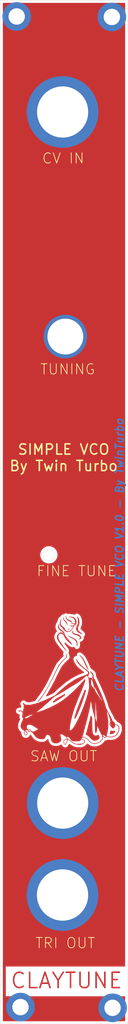
<source format=kicad_pcb>
(kicad_pcb (version 20171130) (host pcbnew "(5.1.5)-3")
  (layers (0 F.Cu signal hide) (31 B.Cu signal) (34 B.Paste user hide) (35 F.Paste user hide) (36 B.SilkS user) (37 F.SilkS user) (38 B.Mask user) (39 F.Mask user) (44 Edge.Cuts user))
  (net 0 "")
  (net 1 GND)
  (module ROBSLIBRARY:PANEL-LMNC (layer F.Cu) (at 110.99 216.96)
    (fp_text reference J2 hide)
    (fp_text value IN2)
    (pad 1 thru_hole circle (at -1.28 5.34) (size 14 14) (drill 10) (layers *.Cu *.Mask))
  )
  (module ROBSLIBRARY:PANEL-LMNC (layer F.Cu) (at 111.02 199.01)
    (fp_text reference J2 hide)
    (fp_text value IN2)
    (pad 1 thru_hole circle (at -1.28 5.34) (size 14 14) (drill 10) (layers *.Cu *.Mask))
  )
  (module MountingHole:MountingHole_3.2mm_M3_DIN965_Pad (layer F.Cu) (at 119.5 244.34)
    (fp_text reference H1 hide)
    (fp_text value MountingHole_Pad)
    (pad 1 thru_hole circle (at 0 0) (size 5.6 5.6) (drill 3.2) (layers *.Cu *.Mask) (net 1 GND))
  )
  (module MountingHole:MountingHole_3.2mm_M3_DIN965_Pad (layer F.Cu) (at 101.48 244.2)
    (fp_text reference H1 hide)
    (fp_text value MountingHole_Pad)
    (pad 1 thru_hole circle (at 0 0) (size 5.6 5.6) (drill 3.2) (layers *.Cu *.Mask) (net 1 GND))
  )
  (module MountingHole:MountingHole_3.2mm_M3_DIN965_Pad (layer F.Cu) (at 100.74 50.69)
    (fp_text reference H1 hide)
    (fp_text value MountingHole_Pad)
    (pad 1 thru_hole circle (at 0 0) (size 5.6 5.6) (drill 3.2) (layers *.Cu *.Mask) (net 1 GND))
  )
  (module MountingHole:MountingHole_3.2mm_M3_DIN965_Pad (layer F.Cu) (at 119.36 50.79)
    (fp_text reference H1 hide)
    (fp_text value MountingHole_Pad)
    (pad 1 thru_hole circle (at 0 0) (size 5.6 5.6) (drill 3.2) (layers *.Cu *.Mask) (net 1 GND))
  )
  (module ROBSLIBRARY:RD901FPANEL (layer F.Cu) (at 112.76 105.72 270)
    (fp_text reference RV1 (at 3.77434 -17.71386 270) (layer F.SilkS))
    (fp_text value "Attack B100K")
    (pad 4 thru_hole circle (at 7.5 2.5 270) (size 8.5 8.5) (drill 7) (layers *.Cu *.Mask))
  )
  (module ROBSLIBRARY:PANEL-LMNC (layer F.Cu) (at 111.01 64.01)
    (fp_text reference J2 hide)
    (fp_text value IN2)
    (pad 1 thru_hole circle (at -1.28 5.34) (size 14 14) (drill 10) (layers *.Cu *.Mask))
  )
  (module ROBSLIBRARY:GFX1FC (layer F.Cu) (at 110.998 179.832)
    (fp_text reference G*** hide)
    (fp_text value LOGO hide)
    (fp_poly (pts (xy 1.411526 -3.663938) (xy 1.446125 -3.60742) (xy 1.489177 -3.527163) (xy 1.5001 -3.505457) (xy 1.565995 -3.388445) (xy 1.657432 -3.247325) (xy 1.765098 -3.095015) (xy 1.879674 -2.944429) (xy 1.991847 -2.808484) (xy 2.047919 -2.745946) (xy 2.124257 -2.662446) (xy 2.202454 -2.574599) (xy 2.240437 -2.530798) (xy 2.322617 -2.441352) (xy 2.429521 -2.334476) (xy 2.54618 -2.224528) (xy 2.657629 -2.125866) (xy 2.695095 -2.094649) (xy 2.751527 -2.048089) (xy 2.78974 -2.015494) (xy 2.796796 -2.00896) (xy 2.83933 -1.971166) (xy 2.913167 -1.911633) (xy 3.008148 -1.838061) (xy 3.114111 -1.758147) (xy 3.220899 -1.679593) (xy 3.318349 -1.610096) (xy 3.368869 -1.57544) (xy 3.555944 -1.444727) (xy 3.700762 -1.330494) (xy 3.807182 -1.227803) (xy 3.879065 -1.131716) (xy 3.920273 -1.037295) (xy 3.934667 -0.939599) (xy 3.929772 -0.858013) (xy 3.909399 -0.77354) (xy 3.871748 -0.669736) (xy 3.824578 -0.564115) (xy 3.775645 -0.474195) (xy 3.736138 -0.42079) (xy 3.713857 -0.366651) (xy 3.721587 -0.295504) (xy 3.749441 -0.240044) (xy 3.77925 -0.175397) (xy 3.787579 -0.124711) (xy 3.810335 -0.046348) (xy 3.873661 0.004616) (xy 3.973496 0.02515) (xy 3.9887 0.025426) (xy 4.078548 0.035415) (xy 4.161838 0.060021) (xy 4.173954 0.065728) (xy 4.238353 0.090131) (xy 4.277185 0.08059) (xy 4.279478 0.07844) (xy 4.326165 0.054512) (xy 4.383558 0.050683) (xy 4.431369 0.065179) (xy 4.449449 0.093318) (xy 4.459634 0.138965) (xy 4.485972 0.209842) (xy 4.522139 0.292597) (xy 4.56181 0.373878) (xy 4.59866 0.440332) (xy 4.626365 0.478609) (xy 4.634077 0.483084) (xy 4.646709 0.461273) (xy 4.642425 0.405365) (xy 4.641439 0.400451) (xy 4.628201 0.326377) (xy 4.613682 0.230023) (xy 4.606772 0.177978) (xy 4.594573 0.097874) (xy 4.579563 0.056933) (xy 4.555291 0.043598) (xy 4.532082 0.044195) (xy 4.487453 0.032551) (xy 4.473059 -0.001002) (xy 4.497357 -0.036313) (xy 4.4981 -0.036778) (xy 4.522206 -0.066669) (xy 4.556786 -0.12604) (xy 4.574326 -0.160617) (xy 4.602629 -0.222335) (xy 4.614179 -0.268409) (xy 4.609299 -0.318193) (xy 4.58831 -0.391039) (xy 4.578661 -0.421087) (xy 4.549565 -0.515097) (xy 4.52513 -0.600567) (xy 4.513848 -0.645242) (xy 4.488813 -0.699361) (xy 4.437881 -0.773807) (xy 4.371562 -0.853403) (xy 4.364212 -0.861358) (xy 4.248108 -0.988545) (xy 4.166447 -1.084995) (xy 4.116318 -1.154471) (xy 4.094808 -1.200739) (xy 4.093493 -1.211371) (xy 4.109506 -1.237893) (xy 4.154466 -1.228563) (xy 4.223752 -1.185729) (xy 4.312745 -1.111737) (xy 4.340328 -1.085982) (xy 4.419006 -1.014601) (xy 4.495069 -0.951711) (xy 4.549887 -0.912366) (xy 4.610573 -0.857584) (xy 4.661104 -0.782897) (xy 4.667141 -0.769898) (xy 4.714637 -0.64057) (xy 4.750295 -0.50756) (xy 4.772573 -0.381678) (xy 4.77993 -0.273735) (xy 4.770825 -0.194541) (xy 4.75381 -0.161978) (xy 4.743151 -0.127704) (xy 4.762068 -0.070487) (xy 4.812862 0.015303) (xy 4.846162 0.063922) (xy 4.873665 0.110244) (xy 4.918856 0.194672) (xy 4.977803 0.309287) (xy 5.046573 0.446172) (xy 5.121232 0.597406) (xy 5.197847 0.755071) (xy 5.272485 0.911248) (xy 5.341212 1.05802) (xy 5.357458 1.093294) (xy 5.402307 1.190469) (xy 5.456599 1.307284) (xy 5.505144 1.411112) (xy 5.551721 1.51131) (xy 5.59502 1.606087) (xy 5.626007 1.675665) (xy 5.62705 1.678079) (xy 5.656956 1.7462) (xy 5.69906 1.840601) (xy 5.744447 1.9413) (xy 5.746146 1.945045) (xy 5.791573 2.045603) (xy 5.834195 2.140631) (xy 5.865046 2.210136) (xy 5.865869 2.212012) (xy 5.898852 2.286227) (xy 5.94147 2.380787) (xy 5.968796 2.440841) (xy 6.041927 2.60427) (xy 6.100007 2.742502) (xy 6.121561 2.796797) (xy 6.145193 2.853444) (xy 6.181579 2.936548) (xy 6.215946 3.012913) (xy 6.25535 3.100278) (xy 6.288366 3.175185) (xy 6.305752 3.216317) (xy 6.324793 3.264464) (xy 6.355957 3.343553) (xy 6.392783 3.437193) (xy 6.395908 3.445146) (xy 6.44081 3.556527) (xy 6.488734 3.670922) (xy 6.525508 3.755033) (xy 6.558432 3.83379) (xy 6.580106 3.897108) (xy 6.585185 3.922748) (xy 6.596798 3.972057) (xy 6.62754 4.050444) (xy 6.671266 4.142865) (xy 6.688522 4.175782) (xy 6.709291 4.239856) (xy 6.712312 4.269626) (xy 6.72391 4.318443) (xy 6.737737 4.335035) (xy 6.759403 4.371043) (xy 6.763163 4.398039) (xy 6.774252 4.451958) (xy 6.801372 4.521345) (xy 6.805603 4.530022) (xy 6.849412 4.618461) (xy 6.874849 4.673872) (xy 6.886814 4.70844) (xy 6.890207 4.734351) (xy 6.89029 4.740635) (xy 6.899854 4.78857) (xy 6.923164 4.855035) (xy 6.925984 4.86175) (xy 6.955681 4.940925) (xy 6.985499 5.034839) (xy 6.992446 5.05966) (xy 7.015417 5.140827) (xy 7.036439 5.208317) (xy 7.042267 5.224925) (xy 7.090495 5.363459) (xy 7.125086 5.483205) (xy 7.142923 5.572798) (xy 7.14467 5.59845) (xy 7.153112 5.654757) (xy 7.16997 5.682583) (xy 7.188266 5.716943) (xy 7.195395 5.773298) (xy 7.206893 5.819334) (xy 7.239854 5.905109) (xy 7.291974 6.025405) (xy 7.360954 6.175006) (xy 7.44449 6.348692) (xy 7.489147 6.439215) (xy 7.581869 6.625575) (xy 7.655304 6.772599) (xy 7.712716 6.886529) (xy 7.757371 6.973605) (xy 7.792532 7.040068) (xy 7.821464 7.092159) (xy 7.847432 7.13612) (xy 7.8737 7.17819) (xy 7.884637 7.195287) (xy 7.918277 7.250852) (xy 7.965275 7.332337) (xy 8.009585 7.411512) (xy 8.064982 7.511935) (xy 8.121586 7.614358) (xy 8.157094 7.678479) (xy 8.194852 7.746964) (xy 8.223205 7.800386) (xy 8.250145 7.854784) (xy 8.283664 7.926196) (xy 8.321809 8.009009) (xy 8.363332 8.105745) (xy 8.400154 8.202204) (xy 8.416122 8.250551) (xy 8.459595 8.379759) (xy 8.503406 8.466857) (xy 8.553365 8.520294) (xy 8.615282 8.548514) (xy 8.62228 8.550257) (xy 8.722872 8.59777) (xy 8.813923 8.684104) (xy 8.887389 8.797249) (xy 8.935231 8.925197) (xy 8.949749 9.039254) (xy 8.949749 9.127728) (xy 9.116478 9.127728) (xy 9.276849 9.145939) (xy 9.423563 9.203549) (xy 9.566612 9.305024) (xy 9.617603 9.351672) (xy 9.697197 9.437208) (xy 9.752689 9.522501) (xy 9.78803 9.619431) (xy 9.807172 9.739874) (xy 9.814066 9.895708) (xy 9.81434 9.943013) (xy 9.811049 10.105137) (xy 9.798839 10.235589) (xy 9.774435 10.353234) (xy 9.734569 10.476937) (xy 9.711013 10.538839) (xy 9.690639 10.592636) (xy 9.661851 10.670815) (xy 9.647469 10.710461) (xy 9.618615 10.779455) (xy 9.59271 10.823172) (xy 9.581931 10.831232) (xy 9.56407 10.852557) (xy 9.55996 10.882083) (xy 9.551007 10.923423) (xy 9.538615 10.932933) (xy 9.513593 10.953451) (xy 9.488331 10.996451) (xy 9.432325 11.084756) (xy 9.344546 11.18303) (xy 9.23486 11.283815) (xy 9.113132 11.379657) (xy 8.989227 11.463099) (xy 8.87301 11.526686) (xy 8.774347 11.562961) (xy 8.731347 11.568569) (xy 8.679929 11.577229) (xy 8.659323 11.590814) (xy 8.629392 11.604771) (xy 8.561915 11.622288) (xy 8.46975 11.64019) (xy 8.439113 11.645176) (xy 8.354602 11.656943) (xy 8.276496 11.663675) (xy 8.193907 11.665152) (xy 8.095949 11.66115) (xy 7.971737 11.651448) (xy 7.810383 11.635824) (xy 7.767931 11.631478) (xy 7.705563 11.621935) (xy 7.624392 11.603152) (xy 7.513658 11.572423) (xy 7.409706 11.541421) (xy 7.329271 11.521229) (xy 7.286251 11.523139) (xy 7.271894 11.547935) (xy 7.271671 11.553796) (xy 7.252281 11.624572) (xy 7.204429 11.696055) (xy 7.143595 11.748097) (xy 7.112762 11.760618) (xy 7.026572 11.770117) (xy 6.944008 11.755792) (xy 6.856276 11.713471) (xy 6.75458 11.638985) (xy 6.637979 11.535527) (xy 6.57727 11.48041) (xy 6.546159 11.458307) (xy 6.538245 11.466312) (xy 6.544518 11.493113) (xy 6.580719 11.694965) (xy 6.566542 11.893385) (xy 6.50242 12.086948) (xy 6.388786 12.27423) (xy 6.263524 12.417572) (xy 6.086945 12.570338) (xy 5.890423 12.699426) (xy 5.689449 12.795358) (xy 5.593593 12.827515) (xy 5.488425 12.858056) (xy 5.380387 12.890541) (xy 5.335927 12.904345) (xy 5.196199 12.932182) (xy 5.028697 12.940706) (xy 4.850465 12.931241) (xy 4.678546 12.905108) (xy 4.529984 12.86363) (xy 4.468863 12.837077) (xy 4.41837 12.817792) (xy 4.39759 12.814415) (xy 4.362228 12.799048) (xy 4.297909 12.757793) (xy 4.214233 12.697921) (xy 4.120796 12.626703) (xy 4.027196 12.551409) (xy 3.943029 12.47931) (xy 3.89009 12.429955) (xy 3.821131 12.359275) (xy 3.733628 12.265873) (xy 3.642261 12.165524) (xy 3.604172 12.12273) (xy 3.453457 11.97218) (xy 3.294804 11.850164) (xy 3.138736 11.764196) (xy 3.063763 11.736724) (xy 3.002208 11.7247) (xy 2.908039 11.713203) (xy 2.799466 11.704365) (xy 2.776277 11.703033) (xy 2.649391 11.700305) (xy 2.564992 11.709841) (xy 2.515619 11.734354) (xy 2.493812 11.77656) (xy 2.490883 11.806867) (xy 2.475005 11.870522) (xy 2.452745 11.910315) (xy 2.423102 11.966073) (xy 2.415415 12.00172) (xy 2.397724 12.049546) (xy 2.364564 12.08979) (xy 2.326463 12.134243) (xy 2.313713 12.16518) (xy 2.29456 12.20666) (xy 2.245886 12.263274) (xy 2.180869 12.322542) (xy 2.11269 12.371985) (xy 2.073398 12.392745) (xy 1.996416 12.412651) (xy 1.87874 12.427802) (xy 1.730304 12.438187) (xy 1.561043 12.443792) (xy 1.380892 12.444608) (xy 1.199784 12.440622) (xy 1.027656 12.431821) (xy 0.874441 12.418194) (xy 0.750074 12.39973) (xy 0.724624 12.39435) (xy 0.545643 12.328129) (xy 0.390689 12.21838) (xy 0.263733 12.068302) (xy 0.21391 11.982886) (xy 0.146019 11.874396) (xy 0.135534 11.861926) (xy 2.223257 11.861926) (xy 2.243584 11.873541) (xy 2.249255 11.873674) (xy 2.281303 11.852428) (xy 2.288288 11.822823) (xy 2.283317 11.781441) (xy 2.27647 11.771972) (xy 2.256772 11.791436) (xy 2.237437 11.822823) (xy 2.223257 11.861926) (xy 0.135534 11.861926) (xy 0.06241 11.774967) (xy -0.022722 11.700568) (xy -0.05415 11.681328) (xy -0.158188 11.633957) (xy -0.200301 11.61942) (xy 2.591089 11.61942) (xy 2.808482 11.61942) (xy 2.929713 11.622325) (xy 3.019246 11.633339) (xy 3.096021 11.655909) (xy 3.157636 11.682983) (xy 3.232611 11.717554) (xy 3.28903 11.740639) (xy 3.30987 11.746547) (xy 3.34549 11.761695) (xy 3.406026 11.808197) (xy 3.493157 11.887637) (xy 3.608564 12.0016) (xy 3.753924 12.151671) (xy 3.877377 12.282228) (xy 4.029225 12.432031) (xy 4.183088 12.561823) (xy 4.331943 12.666909) (xy 4.468765 12.742593) (xy 4.586532 12.784181) (xy 4.638093 12.790776) (xy 4.712513 12.799238) (xy 4.767267 12.814415) (xy 4.833396 12.828835) (xy 4.935722 12.834952) (xy 5.060308 12.832977) (xy 5.193219 12.823124) (xy 5.318185 12.806016) (xy 5.406723 12.788273) (xy 5.474633 12.770631) (xy 5.506757 12.757174) (xy 5.546706 12.740191) (xy 5.567575 12.738139) (xy 5.60891 12.727409) (xy 5.681674 12.698905) (xy 5.772099 12.658157) (xy 5.798523 12.645397) (xy 5.958098 12.550559) (xy 6.112873 12.428639) (xy 6.250363 12.291412) (xy 6.358081 12.150654) (xy 6.398299 12.079737) (xy 6.42949 12.01141) (xy 6.449634 11.95016) (xy 6.46104 11.881738) (xy 6.46602 11.791894) (xy 6.466883 11.666378) (xy 6.466853 11.656905) (xy 6.465381 11.529894) (xy 6.460452 11.440212) (xy 6.449706 11.374348) (xy 6.430781 11.318792) (xy 6.401316 11.260033) (xy 6.395737 11.249921) (xy 6.353788 11.175959) (xy 6.333493 11.141867) (xy 6.498573 11.141867) (xy 6.510206 11.176656) (xy 6.542334 11.230796) (xy 6.590501 11.298091) (xy 6.65025 11.372349) (xy 6.717123 11.447374) (xy 6.786664 11.516973) (xy 6.854416 11.574952) (xy 6.859481 11.578794) (xy 6.967506 11.645655) (xy 7.054338 11.667345) (xy 7.121789 11.644044) (xy 7.154333 11.607602) (xy 7.186634 11.539237) (xy 7.193362 11.480718) (xy 7.174302 11.445796) (xy 7.156912 11.441442) (xy 7.102038 11.429799) (xy 7.074279 11.417806) (xy 7.032633 11.396642) (xy 6.986322 11.373733) (xy 7.337844 11.373733) (xy 7.366506 11.42326) (xy 7.43341 11.441436) (xy 7.434965 11.441442) (xy 7.4905 11.451155) (xy 7.514484 11.464263) (xy 7.553626 11.481906) (xy 7.620715 11.497271) (xy 7.64034 11.500146) (xy 7.733838 11.515849) (xy 7.824507 11.536486) (xy 7.831031 11.538286) (xy 7.951762 11.558928) (xy 8.103177 11.565191) (xy 8.267351 11.557631) (xy 8.426358 11.536802) (xy 8.515904 11.517092) (xy 8.625278 11.484881) (xy 8.730741 11.44864) (xy 8.809575 11.416178) (xy 8.809967 11.415989) (xy 8.878419 11.385346) (xy 8.928807 11.367248) (xy 8.94027 11.365166) (xy 8.976241 11.349339) (xy 9.015528 11.318638) (xy 9.074182 11.270167) (xy 9.136278 11.225715) (xy 9.201729 11.168248) (xy 9.278613 11.07831) (xy 9.36031 10.966508) (xy 9.440204 10.843452) (xy 9.511677 10.71975) (xy 9.568112 10.606011) (xy 9.602892 10.512841) (xy 9.610811 10.464989) (xy 9.6221 10.411587) (xy 9.646183 10.353242) (xy 9.661461 10.297389) (xy 9.673414 10.203961) (xy 9.681722 10.08615) (xy 9.68606 9.957142) (xy 9.686107 9.830128) (xy 9.68154 9.718296) (xy 9.672037 9.634835) (xy 9.664465 9.605474) (xy 9.597219 9.492123) (xy 9.490458 9.387428) (xy 9.355516 9.299522) (xy 9.203725 9.236536) (xy 9.122192 9.216386) (xy 9.047317 9.212445) (xy 8.995371 9.23861) (xy 8.98898 9.244683) (xy 8.958797 9.280418) (xy 8.966837 9.304862) (xy 8.991424 9.324523) (xy 9.023774 9.353008) (xy 9.014713 9.372245) (xy 8.994244 9.384714) (xy 8.957733 9.428759) (xy 8.949749 9.46421) (xy 8.943023 9.517626) (xy 8.925639 9.599295) (xy 8.907976 9.667364) (xy 8.861304 9.789446) (xy 8.798817 9.867466) (xy 8.713834 9.907388) (xy 8.629387 9.915916) (xy 8.512617 9.89126) (xy 8.408124 9.817965) (xy 8.317191 9.697038) (xy 8.292474 9.651077) (xy 8.232531 9.558609) (xy 8.154561 9.497689) (xy 8.127881 9.484112) (xy 8.028297 9.424593) (xy 7.965661 9.351455) (xy 7.933203 9.252954) (xy 7.924178 9.130759) (xy 7.924842 9.108368) (xy 8.017678 9.108368) (xy 8.039344 9.223345) (xy 8.086809 9.307846) (xy 8.136587 9.365753) (xy 8.169376 9.379161) (xy 8.181818 9.348388) (xy 8.17635 9.29935) (xy 8.162935 9.227437) (xy 8.146032 9.131126) (xy 8.135066 9.066023) (xy 8.119963 8.98399) (xy 8.106089 8.924483) (xy 8.098071 8.90321) (xy 8.082025 8.916395) (xy 8.056107 8.96391) (xy 8.045221 8.988576) (xy 8.017678 9.108368) (xy 7.924842 9.108368) (xy 7.927223 9.028201) (xy 7.941906 8.953597) (xy 7.973973 8.884394) (xy 7.996218 8.848048) (xy 8.039614 8.771151) (xy 8.060344 8.701466) (xy 8.064743 8.613982) (xy 8.063845 8.581082) (xy 8.05698 8.483475) (xy 8.045261 8.39485) (xy 8.036016 8.352253) (xy 8.019424 8.289678) (xy 7.996689 8.196745) (xy 7.972529 8.092777) (xy 7.970839 8.085286) (xy 7.94289 7.970798) (xy 7.908059 7.84219) (xy 7.870195 7.71225) (xy 7.83315 7.593768) (xy 7.800777 7.499535) (xy 7.777608 7.443639) (xy 7.757899 7.386927) (xy 7.754754 7.361869) (xy 7.745103 7.315569) (xy 7.72112 7.247284) (xy 7.713092 7.22804) (xy 7.681316 7.153145) (xy 7.655743 7.090346) (xy 7.652121 7.080981) (xy 7.617884 7.000491) (xy 7.567718 6.894278) (xy 7.510497 6.781012) (xy 7.501111 6.763164) (xy 7.464703 6.691331) (xy 7.436431 6.630455) (xy 7.433459 6.623324) (xy 7.420294 6.603858) (xy 7.411174 6.626581) (xy 7.404491 6.692378) (xy 7.404925 6.775536) (xy 7.415893 6.844159) (xy 7.422866 6.862328) (xy 7.440188 6.919783) (xy 7.449259 6.99883) (xy 7.449649 7.017418) (xy 7.456437 7.098212) (xy 7.473226 7.165067) (xy 7.477905 7.175259) (xy 7.49411 7.224927) (xy 7.511579 7.308945) (xy 7.527045 7.411015) (xy 7.529845 7.434198) (xy 7.552227 7.628654) (xy 7.57001 7.782104) (xy 7.584334 7.904069) (xy 7.59634 8.004067) (xy 7.607168 8.091619) (xy 7.617958 8.176246) (xy 7.627633 8.250551) (xy 7.641296 8.386004) (xy 7.651508 8.551652) (xy 7.65838 8.739578) (xy 7.662019 8.941862) (xy 7.662535 9.150588) (xy 7.660036 9.357837) (xy 7.654631 9.555692) (xy 7.646429 9.736234) (xy 7.635538 9.891547) (xy 7.622067 10.013711) (xy 7.606125 10.09481) (xy 7.602137 10.106777) (xy 7.585055 10.177871) (xy 7.576893 10.263292) (xy 7.576776 10.273163) (xy 7.574775 10.330749) (xy 7.567409 10.393905) (xy 7.552638 10.47395) (xy 7.52842 10.582207) (xy 7.499067 10.704105) (xy 7.47576 10.802074) (xy 7.453293 10.900747) (xy 7.449027 10.920221) (xy 7.417792 11.061071) (xy 7.39322 11.162897) (xy 7.372467 11.236632) (xy 7.352688 11.293205) (xy 7.350654 11.298338) (xy 7.337844 11.373733) (xy 6.986322 11.373733) (xy 6.958068 11.359757) (xy 6.863474 11.313503) (xy 6.814014 11.289489) (xy 6.714338 11.24031) (xy 6.6286 11.196373) (xy 6.569679 11.164351) (xy 6.554623 11.155115) (xy 6.511893 11.132622) (xy 6.498573 11.141867) (xy 6.333493 11.141867) (xy 6.319963 11.119139) (xy 6.306213 11.098199) (xy 6.273134 11.046717) (xy 6.22375 10.959864) (xy 6.163548 10.848212) (xy 6.098016 10.722335) (xy 6.032643 10.592803) (xy 5.972916 10.470191) (xy 5.924323 10.365072) (xy 5.916889 10.348149) (xy 5.883151 10.270975) (xy 5.84157 10.176466) (xy 5.821936 10.132032) (xy 5.781696 10.039834) (xy 5.743591 9.950449) (xy 5.729243 9.915916) (xy 5.698367 9.844387) (xy 5.671126 9.787422) (xy 5.668638 9.782778) (xy 5.647553 9.718901) (xy 5.644444 9.688933) (xy 5.633783 9.640757) (xy 5.620975 9.624733) (xy 5.59927 9.591621) (xy 5.580768 9.534022) (xy 5.563117 9.479118) (xy 5.54589 9.473344) (xy 5.529932 9.514982) (xy 5.51609 9.602313) (xy 5.508822 9.680193) (xy 5.493676 9.849168) (xy 5.474399 10.019847) (xy 5.452425 10.182925) (xy 5.429188 10.329094) (xy 5.406123 10.449047) (xy 5.384664 10.533479) (xy 5.372603 10.564265) (xy 5.327526 10.659472) (xy 5.28637 10.764366) (xy 5.278879 10.786737) (xy 5.246503 10.824718) (xy 5.200547 10.82636) (xy 5.171356 10.801409) (xy 5.147724 10.749424) (xy 5.126924 10.672749) (xy 5.108741 10.568373) (xy 5.092961 10.433287) (xy 5.07937 10.264478) (xy 5.067753 10.058937) (xy 5.057897 9.813653) (xy 5.049586 9.525617) (xy 5.042606 9.191816) (xy 5.038474 8.934548) (xy 5.033397 8.619832) (xy 5.027968 8.354696) (xy 5.02214 8.13787) (xy 5.015863 7.968086) (xy 5.009091 7.844073) (xy 5.001776 7.764561) (xy 4.993869 7.728281) (xy 4.992934 7.726841) (xy 4.967616 7.676397) (xy 4.950532 7.614915) (xy 4.933058 7.535149) (xy 4.912325 7.457417) (xy 5.129841 7.457417) (xy 5.130201 7.598608) (xy 5.131729 7.713691) (xy 5.134484 7.8062) (xy 5.138521 7.879667) (xy 5.143897 7.937628) (xy 5.150669 7.983616) (xy 5.158894 8.021165) (xy 5.168628 8.053808) (xy 5.179927 8.08508) (xy 5.184899 8.097998) (xy 5.239667 8.247172) (xy 5.272878 8.357096) (xy 5.281614 8.397058) (xy 5.298292 8.453257) (xy 5.316845 8.481192) (xy 5.334442 8.514795) (xy 5.339339 8.555077) (xy 5.347193 8.626663) (xy 5.366794 8.678963) (xy 5.38819 8.695496) (xy 5.39294 8.671266) (xy 5.396408 8.603333) (xy 5.398488 8.49883) (xy 5.399076 8.364892) (xy 5.398063 8.208651) (xy 5.396806 8.117067) (xy 5.39301 7.942517) (xy 5.38763 7.777855) (xy 5.381111 7.632368) (xy 5.373895 7.515344) (xy 5.366425 7.43607) (xy 5.363388 7.416617) (xy 5.353766 7.341865) (xy 5.345949 7.231842) (xy 5.340809 7.102119) (xy 5.339192 6.984385) (xy 5.336852 6.845956) (xy 5.330626 6.709431) (xy 5.321511 6.592096) (xy 5.31246 6.521622) (xy 5.30299 6.44854) (xy 5.292366 6.335384) (xy 5.281406 6.192891) (xy 5.270931 6.031799) (xy 5.261761 5.862847) (xy 5.261038 5.847848) (xy 5.248359 5.583523) (xy 5.23766 5.365483) (xy 5.228636 5.189212) (xy 5.220981 5.050195) (xy 5.214392 4.943917) (xy 5.208562 4.865862) (xy 5.203186 4.811517) (xy 5.19796 4.776365) (xy 5.192579 4.755891) (xy 5.186737 4.745581) (xy 5.186552 4.745381) (xy 5.181938 4.76535) (xy 5.176946 4.831213) (xy 5.171742 4.938019) (xy 5.166493 5.080816) (xy 5.161363 5.25465) (xy 5.15652 5.45457) (xy 5.152129 5.675622) (xy 5.149057 5.8641) (xy 5.143593 6.236151) (xy 5.138958 6.560892) (xy 5.135209 6.841854) (xy 5.132402 7.082574) (xy 5.130593 7.286583) (xy 5.129841 7.457417) (xy 4.912325 7.457417) (xy 4.91036 7.45005) (xy 4.910241 7.44965) (xy 4.887406 7.373039) (xy 4.858341 7.275707) (xy 4.841931 7.220821) (xy 4.813788 7.120991) (xy 4.788671 7.022356) (xy 4.778944 6.97928) (xy 4.760102 6.896803) (xy 4.734212 6.793204) (xy 4.716128 6.725025) (xy 4.689543 6.626075) (xy 4.665099 6.532425) (xy 4.652796 6.483484) (xy 4.608715 6.301284) (xy 4.574591 6.156702) (xy 4.547926 6.038054) (xy 4.526223 5.933655) (xy 4.506985 5.831821) (xy 4.487715 5.720867) (xy 4.480234 5.676114) (xy 4.463471 5.596092) (xy 4.44431 5.53365) (xy 4.436501 5.517205) (xy 4.419635 5.471624) (xy 4.401839 5.395603) (xy 4.39214 5.33934) (xy 4.364632 5.158685) (xy 4.340871 5.015631) (xy 4.318555 4.89729) (xy 4.295378 4.790775) (xy 4.289844 4.767268) (xy 4.269381 4.691832) (xy 4.25292 4.659335) (xy 4.238996 4.671638) (xy 4.226141 4.730605) (xy 4.212889 4.838096) (xy 4.209721 4.868969) (xy 4.194681 5.000783) (xy 4.174273 5.154359) (xy 4.150518 5.316713) (xy 4.125443 5.474862) (xy 4.101068 5.615821) (xy 4.079419 5.726606) (xy 4.06914 5.771021) (xy 4.0514 5.846825) (xy 4.030258 5.946118) (xy 4.016935 6.013114) (xy 3.985086 6.17393) (xy 3.953042 6.326742) (xy 3.923398 6.459744) (xy 3.898746 6.561128) (xy 3.888084 6.599703) (xy 3.870775 6.680314) (xy 3.864664 6.747571) (xy 3.854619 6.820378) (xy 3.837439 6.868228) (xy 3.816993 6.92246) (xy 3.795379 7.003656) (xy 3.785483 7.05089) (xy 3.766545 7.151587) (xy 3.747697 7.251459) (xy 3.741286 7.285315) (xy 3.72441 7.358074) (xy 3.706715 7.411079) (xy 3.70271 7.418867) (xy 3.687383 7.460273) (xy 3.669042 7.532435) (xy 3.658613 7.583202) (xy 3.623873 7.759297) (xy 3.589257 7.912127) (xy 3.548595 8.068888) (xy 3.54759 8.072573) (xy 3.500574 8.248243) (xy 3.464579 8.391406) (xy 3.43665 8.513121) (xy 3.418639 8.583254) (xy 3.4011 8.632829) (xy 3.398061 8.638549) (xy 3.382787 8.678682) (xy 3.363719 8.748675) (xy 3.354462 8.789142) (xy 3.318676 8.946391) (xy 3.279382 9.095857) (xy 3.240391 9.22943) (xy 3.21209 9.329229) (xy 3.186842 9.427842) (xy 3.177058 9.470971) (xy 3.156814 9.555671) (xy 3.128833 9.65844) (xy 3.112813 9.712513) (xy 3.085913 9.810248) (xy 3.064738 9.905328) (xy 3.057741 9.947857) (xy 3.044379 10.013425) (xy 3.026706 10.05397) (xy 3.02294 10.057416) (xy 3.005701 10.090774) (xy 2.999299 10.139889) (xy 2.98552 10.215263) (xy 2.962062 10.271872) (xy 2.934999 10.345116) (xy 2.924825 10.416568) (xy 2.916946 10.477644) (xy 2.899163 10.512976) (xy 2.898498 10.513414) (xy 2.880505 10.547511) (xy 2.872204 10.608135) (xy 2.872172 10.61026) (xy 2.859678 10.690727) (xy 2.834935 10.754955) (xy 2.806739 10.828353) (xy 2.797697 10.886938) (xy 2.78848 10.943276) (xy 2.771371 10.971071) (xy 2.754054 11.004942) (xy 2.746016 11.06633) (xy 2.745946 11.072773) (xy 2.739896 11.134979) (xy 2.725155 11.171351) (xy 2.723403 11.172694) (xy 2.704482 11.204728) (xy 2.686242 11.266302) (xy 2.682989 11.282252) (xy 2.666383 11.351218) (xy 2.648368 11.398574) (xy 2.645284 11.403304) (xy 2.628006 11.443596) (xy 2.610926 11.510194) (xy 2.608269 11.524074) (xy 2.591089 11.61942) (xy -0.200301 11.61942) (xy -0.259316 11.599049) (xy -0.34981 11.577514) (xy -0.421947 11.570262) (xy -0.468004 11.578204) (xy -0.480258 11.602249) (xy -0.460798 11.633404) (xy -0.429329 11.677719) (xy -0.389478 11.746621) (xy -0.349801 11.823464) (xy -0.318855 11.891603) (xy -0.305195 11.934393) (xy -0.305105 11.936278) (xy -0.283963 11.968989) (xy -0.23278 12.006379) (xy -0.169919 12.037547) (xy -0.113744 12.051592) (xy -0.110755 12.051652) (xy -0.076016 12.065924) (xy -0.009714 12.104575) (xy 0.079118 12.161357) (xy 0.181449 12.230022) (xy 0.288246 12.304324) (xy 0.390479 12.378014) (xy 0.479115 12.444845) (xy 0.545123 12.498569) (xy 0.572072 12.523991) (xy 0.605321 12.552429) (xy 0.663381 12.596163) (xy 0.732978 12.645893) (xy 0.800838 12.69232) (xy 0.853688 12.726144) (xy 0.877741 12.738139) (xy 0.905197 12.750553) (xy 0.959767 12.782022) (xy 0.991591 12.801702) (xy 1.063396 12.840318) (xy 1.125901 12.86287) (xy 1.143639 12.865266) (xy 1.185228 12.875819) (xy 1.194995 12.890691) (xy 1.216661 12.910129) (xy 1.255652 12.916117) (xy 1.322355 12.927985) (xy 1.389135 12.954098) (xy 1.47033 12.982541) (xy 1.554806 12.991171) (xy 1.62279 12.979099) (xy 1.643897 12.965553) (xy 1.678831 12.955315) (xy 1.758502 12.945966) (xy 1.876799 12.937964) (xy 2.027608 12.931769) (xy 2.127987 12.929176) (xy 2.294758 12.925158) (xy 2.419021 12.920429) (xy 2.509116 12.914039) (xy 2.573386 12.905039) (xy 2.620171 12.892478) (xy 2.657815 12.875408) (xy 2.671948 12.867246) (xy 2.737819 12.828867) (xy 2.78986 12.800934) (xy 2.796796 12.797645) (xy 2.871431 12.742845) (xy 2.935209 12.660191) (xy 2.973654 12.570465) (xy 2.978729 12.536512) (xy 2.979129 12.418161) (xy 2.967095 12.340973) (xy 2.9413 12.296489) (xy 2.941048 12.296255) (xy 2.867484 12.243717) (xy 2.77909 12.201253) (xy 2.699415 12.179659) (xy 2.684815 12.178779) (xy 2.635874 12.170874) (xy 2.618819 12.154889) (xy 2.596425 12.137151) (xy 2.541332 12.124384) (xy 2.529298 12.123107) (xy 2.467545 12.109646) (xy 2.442512 12.08961) (xy 2.457322 12.072606) (xy 2.511396 12.068024) (xy 2.588367 12.077832) (xy 2.677324 12.097165) (xy 2.7603 12.121185) (xy 2.819331 12.145052) (xy 2.833663 12.154812) (xy 2.879351 12.177255) (xy 2.897227 12.179625) (xy 2.949309 12.197627) (xy 3.004472 12.238747) (xy 3.043449 12.286498) (xy 3.051051 12.311253) (xy 3.067735 12.360129) (xy 3.079384 12.37492) (xy 3.089732 12.414942) (xy 3.084538 12.484805) (xy 3.067533 12.567293) (xy 3.042452 12.645191) (xy 3.013024 12.701282) (xy 3.007136 12.708173) (xy 2.979436 12.746734) (xy 2.974774 12.762001) (xy 2.954897 12.78694) (xy 2.903964 12.828064) (xy 2.83503 12.876251) (xy 2.761147 12.92238) (xy 2.695367 12.957329) (xy 2.695095 12.957454) (xy 2.629984 12.986365) (xy 2.548629 13.021387) (xy 2.52983 13.029331) (xy 2.453068 13.062383) (xy 2.388447 13.091465) (xy 2.376393 13.097182) (xy 2.333008 13.105128) (xy 2.24934 13.109944) (xy 2.135849 13.111819) (xy 2.002993 13.110946) (xy 1.861233 13.107513) (xy 1.721027 13.101713) (xy 1.592836 13.093735) (xy 1.487117 13.083771) (xy 1.461962 13.080509) (xy 1.376849 13.063025) (xy 1.306394 13.039198) (xy 1.284683 13.027488) (xy 1.229935 12.999592) (xy 1.196851 12.992393) (xy 1.153067 12.982312) (xy 1.085346 12.956628) (xy 1.008162 12.922178) (xy 0.935988 12.885798) (xy 0.883297 12.854325) (xy 0.864464 12.835376) (xy 0.844655 12.815373) (xy 0.836234 12.814415) (xy 0.806761 12.800597) (xy 0.748226 12.764543) (xy 0.67238 12.71435) (xy 0.590973 12.658116) (xy 0.515757 12.603939) (xy 0.45848 12.559918) (xy 0.432232 12.53599) (xy 0.404903 12.512593) (xy 0.346014 12.46758) (xy 0.265789 12.408309) (xy 0.174455 12.342141) (xy 0.08224 12.276434) (xy -0.000632 12.218547) (xy -0.063934 12.175841) (xy -0.093674 12.157519) (xy -0.164918 12.133471) (xy -0.211515 12.127928) (xy -0.247492 12.132727) (xy -0.268989 12.155163) (xy -0.282722 12.207297) (xy -0.291851 12.272234) (xy -0.323333 12.414328) (xy -0.385803 12.572465) (xy -0.482562 12.754725) (xy -0.503145 12.789501) (xy -0.559102 12.883092) (xy -0.617387 12.981006) (xy -0.635636 13.011778) (xy -0.695311 13.090188) (xy -0.756583 13.121107) (xy -0.824249 13.104472) (xy -0.903102 13.040216) (xy -0.933104 13.007747) (xy -1.006323 12.902856) (xy -1.067171 12.775904) (xy -1.107247 12.647387) (xy -1.109581 12.628544) (xy -1.037991 12.628544) (xy -0.994 12.774993) (xy -0.978436 12.806713) (xy -0.928728 12.886172) (xy -0.869089 12.960024) (xy -0.810744 13.016163) (xy -0.764914 13.042481) (xy -0.759304 13.043117) (xy -0.738354 13.022876) (xy -0.707415 12.972802) (xy -0.701025 12.960611) (xy -0.65728 12.878528) (xy -0.613699 12.801702) (xy -0.576828 12.736134) (xy -0.529785 12.648099) (xy -0.497511 12.585586) (xy -0.455757 12.503367) (xy -0.420749 12.434526) (xy -0.403962 12.401597) (xy -0.391218 12.352051) (xy -0.38303 12.272923) (xy -0.381382 12.217262) (xy -0.381382 12.077078) (xy -0.507008 12.077078) (xy -0.582834 12.081827) (xy -0.63564 12.093923) (xy -0.648349 12.102503) (xy -0.684195 12.12383) (xy -0.713633 12.127928) (xy -0.772682 12.148232) (xy -0.845788 12.202438) (xy -0.921447 12.28049) (xy -0.982085 12.362608) (xy -1.034032 12.489538) (xy -1.037991 12.628544) (xy -1.109581 12.628544) (xy -1.118719 12.554802) (xy -1.10447 12.476101) (xy -1.06766 12.377276) (xy -1.017192 12.278147) (xy -0.961968 12.198538) (xy -0.955391 12.191179) (xy -0.874779 12.123395) (xy -0.772048 12.062763) (xy -0.666233 12.018755) (xy -0.57637 12.000842) (xy -0.572806 12.000801) (xy -0.501246 11.996365) (xy -0.447823 11.985671) (xy -0.447206 11.985438) (xy -0.42175 11.952757) (xy -0.426949 11.893209) (xy -0.456975 11.815354) (xy -0.506001 11.727749) (xy -0.568201 11.638954) (xy -0.637748 11.557526) (xy -0.708814 11.492025) (xy -0.775572 11.451008) (xy -0.817579 11.441442) (xy -0.850133 11.427558) (xy -0.913714 11.390311) (xy -0.998268 11.336307) (xy -1.093741 11.272156) (xy -1.190079 11.204462) (xy -1.277229 11.139835) (xy -1.281408 11.136615) (xy -1.384902 11.079342) (xy -1.490637 11.05913) (xy -1.587529 11.074763) (xy -1.664491 11.125024) (xy -1.701661 11.182739) (xy -1.716145 11.230168) (xy -1.717191 11.28224) (xy -1.703451 11.353927) (xy -1.677946 11.445489) (xy -1.647694 11.550202) (xy -1.620623 11.648224) (xy -1.602403 11.719011) (xy -1.601906 11.721122) (xy -1.578595 11.811622) (xy -1.553169 11.8991) (xy -1.540766 11.997536) (xy -1.550876 12.122289) (xy -1.579531 12.256267) (xy -1.622762 12.382373) (xy -1.676602 12.483516) (xy -1.694124 12.506312) (xy -1.77059 12.574665) (xy -1.881323 12.647586) (xy -2.011275 12.717238) (xy -2.145397 12.775784) (xy -2.268642 12.815388) (xy -2.301001 12.822359) (xy -2.477855 12.843316) (xy -2.65778 12.844123) (xy -2.829794 12.826394) (xy -2.982919 12.791746) (xy -3.106172 12.741794) (xy -3.173805 12.693928) (xy -3.22532 12.65417) (xy -3.255478 12.635889) (xy -3.318584 12.581063) (xy -3.383737 12.489825) (xy -3.444366 12.375881) (xy -3.4939 12.252936) (xy -3.525768 12.134693) (xy -3.534134 12.054732) (xy -3.541816 11.995427) (xy -3.55956 11.962663) (xy -3.578052 11.928205) (xy -3.584985 11.873947) (xy -3.5984 11.80084) (xy -3.633894 11.701336) (xy -3.684341 11.590667) (xy -3.742615 11.484063) (xy -3.801588 11.396757) (xy -3.816923 11.378222) (xy -3.92944 11.271543) (xy -4.045375 11.208972) (xy -4.176673 11.184487) (xy -4.202898 11.183659) (xy -4.290866 11.187551) (xy -4.364131 11.199319) (xy -4.391748 11.208947) (xy -4.426137 11.23949) (xy -4.46809 11.300579) (xy -4.52026 11.396958) (xy -4.585296 11.53337) (xy -4.635387 11.644985) (xy -4.707571 11.773625) (xy -4.798126 11.882897) (xy -4.895002 11.958816) (xy -4.914419 11.968929) (xy -5.033665 12.009639) (xy -5.17865 12.036566) (xy -5.325302 12.046157) (xy -5.407658 12.041705) (xy -5.598183 12.018182) (xy -5.746306 11.996672) (xy -5.860335 11.975443) (xy -5.94858 11.952762) (xy -6.01935 11.926896) (xy -6.065703 11.904501) (xy -6.124678 11.875135) (xy -6.191567 11.844195) (xy -6.332728 11.764475) (xy -6.476985 11.653951) (xy -6.605767 11.527819) (xy -6.661622 11.459533) (xy -6.718435 11.382417) (xy -6.796131 11.2763) (xy -6.885798 11.153387) (xy -6.978522 11.025883) (xy -7.009497 10.983191) (xy -7.243117 10.660979) (xy -7.486243 10.643889) (xy -7.658126 10.623699) (xy -7.796535 10.585396) (xy -7.917269 10.521495) (xy -8.036125 10.424512) (xy -8.113874 10.346521) (xy -8.202161 10.26011) (xy -8.268925 10.211383) (xy -8.320696 10.19561) (xy -8.322134 10.195596) (xy -8.377045 10.204281) (xy -8.402683 10.220341) (xy -8.434125 10.246679) (xy -8.492214 10.280107) (xy -8.505885 10.286802) (xy -8.562668 10.321564) (xy -8.59248 10.355065) (xy -8.593794 10.361342) (xy -8.573501 10.392) (xy -8.521639 10.434274) (xy -8.48151 10.45997) (xy -8.396356 10.518399) (xy -8.305946 10.593068) (xy -8.265394 10.631698) (xy -8.210184 10.690706) (xy -8.179113 10.738161) (xy -8.16525 10.792677) (xy -8.161669 10.87287) (xy -8.161562 10.910669) (xy -8.163845 11.007205) (xy -8.174364 11.071294) (xy -8.198618 11.121267) (xy -8.240472 11.17359) (xy -8.290587 11.225526) (xy -8.336345 11.252208) (xy -8.398065 11.261768) (xy -8.462944 11.262618) (xy -8.573895 11.252988) (xy -8.653896 11.219223) (xy -8.720743 11.151671) (xy -8.752713 11.10545) (xy -8.784514 11.040906) (xy -8.797198 10.986179) (xy -8.808674 10.937134) (xy -8.822623 10.920221) (xy -8.837358 10.887646) (xy -8.846535 10.822187) (xy -8.847296 10.800225) (xy -8.758022 10.800225) (xy -8.731612 10.952687) (xy -8.666471 11.087731) (xy -8.654656 11.104001) (xy -8.605028 11.158461) (xy -8.552186 11.182274) (xy -8.480346 11.187188) (xy -8.400545 11.18025) (xy -8.345204 11.151947) (xy -8.303662 11.108961) (xy -8.245653 11.006912) (xy -8.237008 10.899725) (xy -8.276825 10.789951) (xy -8.3642 10.680138) (xy -8.49191 10.577102) (xy -8.584082 10.518769) (xy -8.646238 10.495294) (xy -8.687679 10.509292) (xy -8.717708 10.563375) (xy -8.742408 10.647474) (xy -8.758022 10.800225) (xy -8.847296 10.800225) (xy -8.848048 10.778535) (xy -8.843012 10.693496) (xy -8.830266 10.623091) (xy -8.822623 10.602058) (xy -8.788725 10.534721) (xy -8.771772 10.501046) (xy -8.75094 10.450004) (xy -8.757985 10.41566) (xy -8.800188 10.383436) (xy -8.841692 10.360984) (xy -8.909772 10.322292) (xy -8.991234 10.271287) (xy -9.074991 10.215574) (xy -9.132255 10.175231) (xy -8.110711 10.175231) (xy -8.092348 10.209532) (xy -8.044793 10.264018) (xy -7.979348 10.328117) (xy -7.907315 10.391258) (xy -7.839996 10.442867) (xy -7.796764 10.468919) (xy -7.70039 10.51263) (xy -7.630881 10.538338) (xy -7.570095 10.551709) (xy -7.513214 10.557503) (xy -7.413451 10.559204) (xy -7.359719 10.546152) (xy -7.347948 10.526365) (xy -7.368009 10.491478) (xy -7.420841 10.438902) (xy -7.495417 10.376787) (xy -7.580711 10.313282) (xy -7.665696 10.256536) (xy -7.739347 10.2147) (xy -7.790636 10.195921) (xy -7.795487 10.195596) (xy -7.84769 10.185587) (xy -7.869169 10.170171) (xy -7.902008 10.153147) (xy -7.961211 10.145299) (xy -8.02812 10.146236) (xy -8.084077 10.155566) (xy -8.110422 10.172898) (xy -8.110711 10.175231) (xy -9.132255 10.175231) (xy -9.149954 10.162762) (xy -9.205035 10.120457) (xy -9.229144 10.096266) (xy -9.22943 10.094986) (xy -9.244792 10.068245) (xy -9.282219 10.02229) (xy -9.286637 10.017358) (xy -9.37784 9.884772) (xy -9.444587 9.723453) (xy -9.456078 9.6678) (xy -8.288689 9.6678) (xy -8.285458 9.762549) (xy -8.277014 9.841209) (xy -8.265999 9.88448) (xy -8.239581 9.941393) (xy -8.215694 9.998549) (xy -8.198237 10.035126) (xy -8.173509 10.056048) (xy -8.12864 10.065674) (xy -8.050759 10.06836) (xy -8.009209 10.068469) (xy -7.912966 10.071791) (xy -7.832801 10.080499) (xy -7.786192 10.092663) (xy -7.734161 10.118746) (xy -7.662744 10.151899) (xy -7.649076 10.157994) (xy -7.584767 10.195018) (xy -7.505921 10.252523) (xy -7.422796 10.321344) (xy -7.345653 10.392314) (xy -7.284751 10.456267) (xy -7.250349 10.504037) (xy -7.246247 10.5179) (xy -7.23662 10.539895) (xy -7.200444 10.54807) (xy -7.126775 10.544497) (xy -7.112763 10.543169) (xy -7.015404 10.531678) (xy -6.923066 10.517705) (xy -6.890755 10.51164) (xy -6.835984 10.493643) (xy -6.754114 10.459014) (xy -6.656156 10.413327) (xy -6.553121 10.362157) (xy -6.456021 10.311078) (xy -6.375866 10.265664) (xy -6.323666 10.231492) (xy -6.309743 10.217484) (xy -6.280478 10.196033) (xy -6.271605 10.194912) (xy -6.235192 10.179339) (xy -6.178757 10.140996) (xy -6.154968 10.122104) (xy -6.067994 10.04998) (xy -6.134199 10.01473) (xy -6.179296 9.988463) (xy -6.257283 9.940751) (xy -6.35831 9.877705) (xy -6.472529 9.805437) (xy -6.50858 9.782433) (xy -6.619969 9.712139) (xy -6.716575 9.652919) (xy -6.790163 9.609688) (xy -6.832496 9.587364) (xy -6.838692 9.585386) (xy -6.868478 9.567609) (xy -6.869103 9.566317) (xy -6.897616 9.538912) (xy -6.96038 9.495717) (xy -7.046157 9.443672) (xy -7.143712 9.389718) (xy -7.208108 9.356915) (xy -7.389848 9.277027) (xy -7.549648 9.228322) (xy -7.702241 9.206758) (xy -7.762124 9.204834) (xy -7.924731 9.219146) (xy -8.056419 9.267022) (xy -8.168195 9.353254) (xy -8.209953 9.39975) (xy -8.252979 9.457368) (xy -8.276718 9.510584) (xy -8.286755 9.578412) (xy -8.288689 9.6678) (xy -9.456078 9.6678) (xy -9.479901 9.552422) (xy -9.483684 9.480195) (xy -9.474037 9.351217) (xy -9.448338 9.200277) (xy -9.411451 9.051762) (xy -9.37916 8.956107) (xy -9.350257 8.883189) (xy -9.333746 8.841692) (xy -9.313917 8.79634) (xy -9.277507 8.716896) (xy -9.22995 8.615107) (xy -9.18374 8.517518) (xy -9.129296 8.401669) (xy -9.079918 8.293761) (xy -9.041672 8.207213) (xy -9.022886 8.161636) (xy -8.997779 8.051194) (xy -9.007051 7.955004) (xy -9.047882 7.883107) (xy -9.111307 7.846947) (xy -9.156289 7.8187) (xy -8.656965 7.8187) (xy -8.628813 7.863355) (xy -8.616637 7.879937) (xy -8.557616 7.935978) (xy -8.483435 7.957568) (xy -8.385204 7.945658) (xy -8.289539 7.914992) (xy -8.192825 7.874429) (xy -8.089925 7.825025) (xy -8.05986 7.809105) (xy -7.971203 7.760457) (xy -7.883739 7.712394) (xy -7.856457 7.69738) (xy -7.800917 7.664308) (xy -7.716558 7.611174) (xy -7.614257 7.545147) (xy -7.504889 7.473395) (xy -7.399333 7.403085) (xy -7.308466 7.341386) (xy -7.243164 7.295464) (xy -7.220833 7.278511) (xy -7.169257 7.237798) (xy -7.131832 7.2094) (xy -7.098536 7.181532) (xy -7.106014 7.171896) (xy -7.125821 7.170779) (xy -7.186897 7.18204) (xy -7.21481 7.193751) (xy -7.258795 7.212465) (xy -7.336583 7.241136) (xy -7.433484 7.274412) (xy -7.462363 7.283932) (xy -7.562013 7.317595) (xy -7.646708 7.348253) (xy -7.701752 7.370528) (xy -7.709916 7.374565) (xy -7.76064 7.395101) (xy -7.782349 7.398799) (xy -7.82288 7.408416) (xy -7.885792 7.432049) (xy -7.897109 7.436937) (xy -7.981574 7.473986) (xy -8.071391 7.513105) (xy -8.078929 7.516372) (xy -8.149818 7.548074) (xy -8.246407 7.592535) (xy -8.348568 7.640483) (xy -8.35492 7.643499) (xy -8.443073 7.684186) (xy -8.513914 7.714673) (xy -8.55466 7.729514) (xy -8.558324 7.730138) (xy -8.594873 7.744767) (xy -8.627775 7.766331) (xy -8.656048 7.792188) (xy -8.656965 7.8187) (xy -9.156289 7.8187) (xy -9.165607 7.812849) (xy -9.187427 7.774517) (xy -9.194299 7.707663) (xy -9.192537 7.606693) (xy -9.192353 7.604245) (xy -8.987191 7.604245) (xy -8.980755 7.638974) (xy -8.980415 7.639339) (xy -8.951623 7.652961) (xy -8.933569 7.623011) (xy -8.925206 7.546798) (xy -8.924325 7.495416) (xy -8.927477 7.413988) (xy -8.935987 7.367436) (xy -8.946652 7.361932) (xy -8.962024 7.399358) (xy -8.975473 7.465106) (xy -8.984646 7.539846) (xy -8.987191 7.604245) (xy -9.192353 7.604245) (xy -9.183526 7.487346) (xy -9.168647 7.365361) (xy -9.149286 7.256475) (xy -9.13779 7.20985) (xy -9.104694 7.054728) (xy -9.104357 6.928002) (xy -9.138155 6.818057) (xy -9.16882 6.769861) (xy -6.355113 6.769861) (xy -6.339216 6.788611) (xy -6.28447 6.778983) (xy -6.219967 6.750294) (xy -6.148866 6.722818) (xy -6.087984 6.712313) (xy -6.036097 6.703627) (xy -6.01485 6.689697) (xy -5.982212 6.670676) (xy -5.922124 6.655385) (xy -5.918004 6.654747) (xy -5.834088 6.636709) (xy -5.747331 6.610427) (xy -5.746146 6.609997) (xy -5.671857 6.583125) (xy -5.610363 6.561185) (xy -5.606307 6.55976) (xy -5.547568 6.539115) (xy -5.472975 6.512827) (xy -5.466467 6.51053) (xy -5.392199 6.485742) (xy -5.330709 6.46751) (xy -5.326627 6.466468) (xy -5.258559 6.445368) (xy -5.224925 6.43255) (xy -5.17716 6.414062) (xy -5.097226 6.384566) (xy -5.000941 6.349885) (xy -4.983384 6.343644) (xy -4.885845 6.3086) (xy -4.801859 6.27763) (xy -4.747248 6.256583) (xy -4.741842 6.254336) (xy -4.652342 6.216572) (xy -4.550565 6.174156) (xy -4.459831 6.136779) (xy -4.424024 6.122259) (xy -4.377935 6.103491) (xy -4.321909 6.080019) (xy -4.244506 6.04699) (xy -4.134285 5.99955) (xy -4.106207 5.987435) (xy -4.013011 5.945964) (xy -3.891163 5.890005) (xy -3.754596 5.826142) (xy -3.617243 5.760957) (xy -3.493037 5.701032) (xy -3.395912 5.652951) (xy -3.368869 5.639085) (xy -3.30834 5.608106) (xy -3.22035 5.563743) (xy -3.12303 5.515133) (xy -3.114615 5.510953) (xy -2.916121 5.410912) (xy -2.728186 5.313398) (xy -2.559522 5.22308) (xy -2.418839 5.144629) (xy -2.314848 5.082715) (xy -2.308782 5.078876) (xy -2.231356 5.030476) (xy -2.167251 4.991964) (xy -2.135736 4.974484) (xy -2.060347 4.933624) (xy -1.95181 4.869099) (xy -1.818619 4.786435) (xy -1.669264 4.691156) (xy -1.512239 4.588785) (xy -1.356035 4.484848) (xy -1.209144 4.384869) (xy -1.080059 4.294372) (xy -0.996341 4.23328) (xy -0.813316 4.094424) (xy -0.631419 3.953092) (xy -0.458493 3.815606) (xy -0.302382 3.688287) (xy -0.170929 3.577456) (xy -0.071979 3.489434) (xy -0.063564 3.481555) (xy 0.01788 3.406632) (xy 0.099681 3.3343) (xy 0.152552 3.289747) (xy 0.213118 3.238108) (xy 0.295091 3.164779) (xy 0.383299 3.083393) (xy 0.406806 3.061248) (xy 0.506591 2.967499) (xy 0.616077 2.865783) (xy 0.71328 2.776512) (xy 0.722488 2.768138) (xy 0.956105 2.550923) (xy 1.213207 2.302964) (xy 1.485264 2.03303) (xy 1.76375 1.749885) (xy 2.040135 1.462297) (xy 2.305891 1.179032) (xy 2.55249 0.908856) (xy 2.759969 0.673774) (xy 2.86612 0.55122) (xy 2.94419 0.46194) (xy 2.999274 0.400675) (xy 3.036469 0.362162) (xy 3.060871 0.341141) (xy 3.077578 0.332352) (xy 3.091685 0.330533) (xy 3.092497 0.330531) (xy 3.129684 0.350588) (xy 3.152199 0.380348) (xy 3.160525 0.435114) (xy 3.152043 0.529722) (xy 3.128495 0.656663) (xy 3.091624 0.808433) (xy 3.04317 0.977523) (xy 2.984876 1.156429) (xy 2.948415 1.258559) (xy 2.926138 1.317953) (xy 2.891598 1.40888) (xy 2.848817 1.520876) (xy 2.801815 1.643475) (xy 2.754615 1.766212) (xy 2.711239 1.878623) (xy 2.675707 1.970242) (xy 2.652042 2.030604) (xy 2.645517 2.046747) (xy 2.624364 2.097938) (xy 2.59247 2.176243) (xy 2.567735 2.237438) (xy 2.52654 2.337417) (xy 2.483733 2.437847) (xy 2.46341 2.483941) (xy 2.434754 2.550308) (xy 2.417592 2.595233) (xy 2.415415 2.604075) (xy 2.405568 2.632174) (xy 2.379629 2.693612) (xy 2.342996 2.775645) (xy 2.339139 2.784085) (xy 2.301748 2.867608) (xy 2.27455 2.931958) (xy 2.262956 2.964286) (xy 2.262863 2.965213) (xy 2.253344 2.996086) (xy 2.230081 3.052207) (xy 2.226622 3.059922) (xy 2.159602 3.209126) (xy 2.111776 3.318312) (xy 2.080663 3.39346) (xy 2.063783 3.440553) (xy 2.058664 3.464968) (xy 2.047618 3.503759) (xy 2.020056 3.570469) (xy 1.995333 3.623124) (xy 1.960791 3.696714) (xy 1.937978 3.75177) (xy 1.932564 3.770894) (xy 1.922629 3.80335) (xy 1.897011 3.867105) (xy 1.866717 3.936159) (xy 1.826843 4.02472) (xy 1.791832 4.103625) (xy 1.774164 4.144345) (xy 1.716167 4.282287) (xy 1.674783 4.383385) (xy 1.658731 4.424024) (xy 1.628477 4.500395) (xy 1.607893 4.551152) (xy 1.584274 4.612806) (xy 1.553837 4.697531) (xy 1.538529 4.741842) (xy 1.488546 4.880617) (xy 1.439723 5.001469) (xy 1.398248 5.089112) (xy 1.397166 5.091097) (xy 1.376377 5.148062) (xy 1.372973 5.174074) (xy 1.362035 5.230033) (xy 1.351288 5.257052) (xy 1.327546 5.307801) (xy 1.294924 5.380227) (xy 1.284906 5.402903) (xy 1.251617 5.477003) (xy 1.223426 5.53705) (xy 1.217601 5.548755) (xy 1.198055 5.606309) (xy 1.194995 5.631732) (xy 1.183138 5.686732) (xy 1.170801 5.71471) (xy 1.120689 5.822744) (xy 1.067149 5.967458) (xy 1.028579 6.08939) (xy 1.00165 6.176387) (xy 0.977724 6.246969) (xy 0.964548 6.280081) (xy 0.946511 6.326979) (xy 0.923259 6.400229) (xy 0.913962 6.432633) (xy 0.889449 6.51742) (xy 0.85677 6.625874) (xy 0.825974 6.725025) (xy 0.789339 6.842533) (xy 0.751141 6.967536) (xy 0.724813 7.055556) (xy 0.697093 7.147055) (xy 0.671693 7.226438) (xy 0.65777 7.266512) (xy 0.640555 7.33837) (xy 0.635635 7.395758) (xy 0.629377 7.454395) (xy 0.616583 7.485652) (xy 0.598875 7.522723) (xy 0.574306 7.600967) (xy 0.545113 7.711528) (xy 0.513534 7.845549) (xy 0.481805 7.994173) (xy 0.460306 8.104286) (xy 0.442581 8.185869) (xy 0.424556 8.248715) (xy 0.415703 8.269438) (xy 0.399748 8.312746) (xy 0.382774 8.384213) (xy 0.377016 8.415703) (xy 0.361364 8.509781) (xy 0.342952 8.620562) (xy 0.333913 8.674991) (xy 0.317747 8.75918) (xy 0.301298 8.824252) (xy 0.291709 8.849154) (xy 0.278501 8.888637) (xy 0.262614 8.96138) (xy 0.250116 9.034924) (xy 0.232722 9.14957) (xy 0.214007 9.270741) (xy 0.204523 9.331132) (xy 0.176377 9.512449) (xy 0.155975 9.655034) (xy 0.142123 9.770212) (xy 0.133628 9.86931) (xy 0.129298 9.963653) (xy 0.127959 10.057875) (xy 0.129346 10.161666) (xy 0.133761 10.245342) (xy 0.140394 10.296482) (xy 0.144077 10.305773) (xy 0.190345 10.321672) (xy 0.261865 10.316876) (xy 0.338317 10.293241) (xy 0.35166 10.286806) (xy 0.394451 10.256077) (xy 0.4577 10.200601) (xy 0.532256 10.129659) (xy 0.608969 10.052536) (xy 0.678687 9.978514) (xy 0.73226 9.916877) (xy 0.760536 9.876908) (xy 0.762762 9.869772) (xy 0.77822 9.837297) (xy 0.807609 9.79994) (xy 0.841782 9.755337) (xy 0.895731 9.676875) (xy 0.963204 9.57438) (xy 1.037949 9.457677) (xy 1.113713 9.336591) (xy 1.184244 9.220947) (xy 1.243289 9.12057) (xy 1.268209 9.076149) (xy 1.339584 8.943614) (xy 1.42168 8.787882) (xy 1.51026 8.617318) (xy 1.601085 8.440286) (xy 1.689916 8.26515) (xy 1.772514 8.100272) (xy 1.844642 7.954018) (xy 1.90206 7.83475) (xy 1.94053 7.750832) (xy 1.944306 7.742042) (xy 1.976495 7.669509) (xy 2.004101 7.61288) (xy 2.010021 7.602203) (xy 2.04325 7.539203) (xy 2.090311 7.44088) (xy 2.145903 7.319025) (xy 2.204727 7.18543) (xy 2.261481 7.051885) (xy 2.301494 6.953854) (xy 2.356056 6.81963) (xy 2.410993 6.689043) (xy 2.461087 6.574155) (xy 2.501117 6.487025) (xy 2.518693 6.452047) (xy 2.539214 6.394954) (xy 2.542542 6.369069) (xy 2.554399 6.31407) (xy 2.566736 6.286092) (xy 2.591637 6.234923) (xy 2.623803 6.161962) (xy 2.632892 6.140241) (xy 2.656789 6.082109) (xy 2.676952 6.032185) (xy 2.699366 5.975349) (xy 2.730013 5.896481) (xy 2.758658 5.822423) (xy 2.789628 5.742701) (xy 2.815915 5.675701) (xy 2.823291 5.657158) (xy 2.843156 5.603826) (xy 2.87092 5.524885) (xy 2.8865 5.47918) (xy 2.912432 5.402865) (xy 2.934279 5.341331) (xy 2.958879 5.276109) (xy 2.993072 5.18873) (xy 3.008906 5.148649) (xy 3.032789 5.083419) (xy 3.066964 4.983876) (xy 3.106622 4.864262) (xy 3.141969 4.754555) (xy 3.186055 4.616159) (xy 3.218749 4.515318) (xy 3.243906 4.441076) (xy 3.265381 4.382477) (xy 3.287029 4.328565) (xy 3.312705 4.268385) (xy 3.314494 4.264253) (xy 3.341331 4.190806) (xy 3.355498 4.129658) (xy 3.356156 4.119557) (xy 3.368029 4.071244) (xy 3.381581 4.055356) (xy 3.400857 4.020634) (xy 3.407908 3.971223) (xy 3.421686 3.895849) (xy 3.445145 3.83924) (xy 3.473012 3.770909) (xy 3.482382 3.718124) (xy 3.492916 3.650714) (xy 3.5053 3.616422) (xy 3.546324 3.518553) (xy 3.582299 3.406701) (xy 3.602337 3.318018) (xy 3.617767 3.24415) (xy 3.634276 3.190891) (xy 3.655263 3.127082) (xy 3.683937 3.023813) (xy 3.717766 2.891438) (xy 3.754218 2.74031) (xy 3.790759 2.580783) (xy 3.824858 2.42321) (xy 3.839505 2.351852) (xy 3.858533 2.257961) (xy 3.882243 2.141973) (xy 3.901841 2.046747) (xy 3.916712 1.927741) (xy 3.922353 1.7625) (xy 3.918973 1.554759) (xy 3.906784 1.308251) (xy 3.886933 1.039422) (xy 4.296897 1.039422) (xy 4.297389 1.167334) (xy 4.300581 1.257288) (xy 4.309045 1.322178) (xy 4.32535 1.374895) (xy 4.35207 1.428334) (xy 4.385886 1.485608) (xy 4.430767 1.562669) (xy 4.462747 1.622406) (xy 4.474875 1.651793) (xy 4.491858 1.680452) (xy 4.528726 1.718632) (xy 4.574799 1.767973) (xy 4.599201 1.805206) (xy 4.626448 1.856635) (xy 4.670916 1.929373) (xy 4.725509 2.013085) (xy 4.783131 2.097437) (xy 4.836686 2.172095) (xy 4.879077 2.226723) (xy 4.903208 2.250988) (xy 4.905439 2.251181) (xy 4.911808 2.222176) (xy 4.909599 2.1591) (xy 4.903391 2.105452) (xy 4.888215 2.009499) (xy 4.867506 1.890335) (xy 4.846893 1.77978) (xy 4.834574 1.716217) (xy 4.983089 1.716217) (xy 4.99473 1.868769) (xy 5.013395 2.087022) (xy 5.033018 2.260575) (xy 5.054593 2.395582) (xy 5.079113 2.498194) (xy 5.107573 2.574563) (xy 5.109371 2.578327) (xy 5.142561 2.638794) (xy 5.198134 2.731228) (xy 5.26983 2.845581) (xy 5.351388 2.971803) (xy 5.404832 3.052618) (xy 5.483651 3.171133) (xy 5.551562 3.274105) (xy 5.603955 3.354472) (xy 5.636219 3.405173) (xy 5.644444 3.419578) (xy 5.65789 3.44217) (xy 5.695418 3.500578) (xy 5.752817 3.588368) (xy 5.825873 3.699105) (xy 5.910375 3.826355) (xy 5.93048 3.856522) (xy 6.020005 3.9915) (xy 6.101755 4.116135) (xy 6.170758 4.222739) (xy 6.222044 4.303624) (xy 6.250642 4.351102) (xy 6.252594 4.354726) (xy 6.28413 4.403484) (xy 6.309631 4.424022) (xy 6.309802 4.424024) (xy 6.330134 4.44369) (xy 6.330931 4.451023) (xy 6.345024 4.49025) (xy 6.377703 4.541659) (xy 6.414566 4.585234) (xy 6.438989 4.601203) (xy 6.45805 4.587867) (xy 6.458058 4.587461) (xy 6.446522 4.558646) (xy 6.417211 4.501854) (xy 6.397668 4.46669) (xy 6.353738 4.387916) (xy 6.298678 4.287154) (xy 6.249213 4.195196) (xy 6.169316 4.045936) (xy 6.09 3.898977) (xy 6.016547 3.764003) (xy 5.954237 3.650698) (xy 5.908348 3.568747) (xy 5.895734 3.546847) (xy 5.856802 3.476708) (xy 5.797894 3.365643) (xy 5.721445 3.218372) (xy 5.62989 3.039615) (xy 5.525663 2.834092) (xy 5.430113 2.644245) (xy 5.368089 2.520707) (xy 5.312815 2.41078) (xy 5.26894 2.323696) (xy 5.241111 2.268685) (xy 5.23506 2.256852) (xy 5.215332 2.199602) (xy 5.212212 2.174219) (xy 5.201175 2.140127) (xy 5.19168 2.135736) (xy 5.170521 2.114446) (xy 5.140483 2.060532) (xy 5.125684 2.027678) (xy 5.084218 1.932462) (xy 5.039767 1.835062) (xy 5.031655 1.817918) (xy 4.983089 1.716217) (xy 4.834574 1.716217) (xy 4.82407 1.662025) (xy 4.800743 1.54115) (xy 4.783096 1.44925) (xy 4.759012 1.337888) (xy 4.72892 1.217431) (xy 4.715608 1.16957) (xy 4.690621 1.082829) (xy 4.670052 1.009686) (xy 4.661733 0.978879) (xy 4.640177 0.910814) (xy 4.627231 0.877178) (xy 4.608249 0.830705) (xy 4.576461 0.751577) (xy 4.537739 0.654432) (xy 4.524801 0.621828) (xy 4.468799 0.48866) (xy 4.421875 0.393708) (xy 4.385967 0.340433) (xy 4.363011 0.332297) (xy 4.36292 0.332387) (xy 4.35002 0.368517) (xy 4.336672 0.445108) (xy 4.323843 0.55179) (xy 4.312503 0.678191) (xy 4.30362 0.813943) (xy 4.298162 0.948674) (xy 4.296897 1.039422) (xy 3.886933 1.039422) (xy 3.885994 1.026708) (xy 3.856814 0.713863) (xy 3.819455 0.37345) (xy 3.797353 0.190691) (xy 3.779148 0.100592) (xy 3.751595 0.016202) (xy 3.748399 0.008871) (xy 3.723381 -0.057162) (xy 3.712157 -0.108119) (xy 3.712112 -0.110169) (xy 3.692908 -0.149816) (xy 3.64583 -0.196035) (xy 3.637339 -0.202332) (xy 3.581727 -0.253081) (xy 3.547052 -0.304902) (xy 3.545688 -0.308756) (xy 3.527098 -0.342582) (xy 3.4903 -0.353535) (xy 3.428326 -0.348459) (xy 3.351542 -0.327118) (xy 3.291345 -0.291831) (xy 3.283974 -0.2844) (xy 3.137297 -0.128495) (xy 2.956428 0.042606) (xy 2.751953 0.220001) (xy 2.534459 0.394788) (xy 2.314531 0.558066) (xy 2.142991 0.675045) (xy 2.042094 0.742149) (xy 1.950954 0.805233) (xy 1.882181 0.855445) (xy 1.856056 0.876449) (xy 1.80835 0.913168) (xy 1.729567 0.968312) (xy 1.631864 1.033535) (xy 1.555541 1.082741) (xy 1.445833 1.152425) (xy 1.340002 1.219738) (xy 1.252723 1.275341) (xy 1.212298 1.301159) (xy 1.122541 1.356449) (xy 1.028708 1.41113) (xy 1.004304 1.424682) (xy 0.937166 1.463772) (xy 0.843707 1.521334) (xy 0.739822 1.587495) (xy 0.694176 1.617267) (xy 0.603936 1.675629) (xy 0.529941 1.72163) (xy 0.482129 1.749192) (xy 0.470007 1.754355) (xy 0.441707 1.768427) (xy 0.390119 1.80359) (xy 0.370928 1.817918) (xy 0.315122 1.85771) (xy 0.277002 1.879854) (xy 0.271181 1.881482) (xy 0.244861 1.894237) (xy 0.183625 1.929305) (xy 0.095578 1.98189) (xy -0.011175 2.047199) (xy -0.05695 2.075594) (xy -0.179764 2.151528) (xy -0.297604 2.223421) (xy -0.398709 2.284159) (xy -0.471319 2.326633) (xy -0.483083 2.333255) (xy -0.5651 2.382039) (xy -0.664988 2.445934) (xy -0.75005 2.503477) (xy -0.830469 2.558575) (xy -0.898197 2.602949) (xy -0.939323 2.627502) (xy -0.940741 2.628194) (xy -0.993531 2.656169) (xy -1.02973 2.677348) (xy -1.081464 2.708736) (xy -1.166537 2.759972) (xy -1.288892 2.833426) (xy -1.385169 2.891145) (xy -1.443224 2.923971) (xy -1.474675 2.940142) (xy -1.515467 2.964225) (xy -1.525545 2.972921) (xy -1.537931 2.983205) (xy -1.565147 3.000251) (xy -1.613348 3.027448) (xy -1.688689 3.068185) (xy -1.797323 3.125852) (xy -1.932333 3.196968) (xy -2.028509 3.24814) (xy -2.108487 3.291826) (xy -2.160914 3.321767) (xy -2.173874 3.330095) (xy -2.205169 3.348919) (xy -2.271914 3.385986) (xy -2.364471 3.436027) (xy -2.4732 3.493777) (xy -2.478979 3.496821) (xy -2.62344 3.573598) (xy -2.734344 3.635643) (xy -2.82344 3.691318) (xy -2.902475 3.748988) (xy -2.983195 3.817016) (xy -3.077348 3.903766) (xy -3.156872 3.979471) (xy -3.286845 4.101964) (xy -3.447145 4.25003) (xy -3.629443 4.416203) (xy -3.825413 4.593019) (xy -4.026725 4.773012) (xy -4.225053 4.948714) (xy -4.412068 5.112662) (xy -4.579441 5.257389) (xy -4.64014 5.309172) (xy -4.744498 5.398517) (xy -4.847415 5.487922) (xy -4.935281 5.565496) (xy -4.983384 5.609009) (xy -5.090046 5.704687) (xy -5.227314 5.823533) (xy -5.385702 5.957435) (xy -5.544894 6.08939) (xy -5.614878 6.146859) (xy -5.710895 6.225712) (xy -5.819683 6.315054) (xy -5.91641 6.394495) (xy -6.021425 6.480026) (xy -6.121847 6.560551) (xy -6.205976 6.626764) (xy -6.260214 6.667978) (xy -6.329624 6.727922) (xy -6.355113 6.769861) (xy -9.16882 6.769861) (xy -9.194693 6.729198) (xy -9.249575 6.665424) (xy -9.296568 6.622376) (xy -9.319975 6.610611) (xy -9.357527 6.592218) (xy -9.402196 6.547895) (xy -9.402865 6.547047) (xy -9.438238 6.510739) (xy -9.482084 6.491522) (xy -9.550891 6.484253) (xy -9.606613 6.483484) (xy -9.708019 6.489988) (xy -9.769549 6.508287) (xy -9.787274 6.536564) (xy -9.77259 6.560282) (xy -9.735375 6.575317) (xy -9.663003 6.590334) (xy -9.571099 6.60265) (xy -9.48854 6.60903) (xy -9.467473 6.624689) (xy -9.470971 6.636036) (xy -9.503229 6.65014) (xy -9.569499 6.659372) (xy -9.625919 6.661462) (xy -9.742956 6.650073) (xy -9.82856 6.619057) (xy -9.87807 6.573141) (xy -9.886827 6.517049) (xy -9.850169 6.455509) (xy -9.839312 6.445049) (xy -9.79772 6.41916) (xy -9.735933 6.404667) (xy -9.640956 6.39906) (xy -9.59937 6.398732) (xy -9.494495 6.401269) (xy -9.423425 6.411494) (xy -9.369254 6.433326) (xy -9.326374 6.462049) (xy -9.261681 6.506656) (xy -9.206976 6.537805) (xy -9.197648 6.541765) (xy -9.159981 6.574774) (xy -9.153153 6.598916) (xy -9.138613 6.646121) (xy -9.105299 6.685827) (xy -9.068669 6.703149) (xy -9.051616 6.696694) (xy -9.029241 6.656459) (xy -9.013225 6.607714) (xy -9.009235 6.5556) (xy -9.039002 6.528815) (xy -9.05592 6.522818) (xy -9.115015 6.504382) (xy -9.053885 6.487005) (xy -9.014676 6.466005) (xy -8.987076 6.421427) (xy -8.963429 6.34034) (xy -8.961131 6.330359) (xy -8.913114 6.089877) (xy -8.884968 5.871439) (xy -8.8739 5.651572) (xy -8.873474 5.594019) (xy -8.87415 5.475612) (xy -8.87799 5.395662) (xy -8.887715 5.341779) (xy -8.906043 5.301572) (xy -8.935694 5.262648) (xy -8.94975 5.246466) (xy -8.996348 5.183742) (xy -9.023333 5.12874) (xy -9.026026 5.113567) (xy -9.004745 5.056353) (xy -8.954417 5.006432) (xy -8.895318 4.983474) (xy -8.891835 4.983384) (xy -8.854058 5.002403) (xy -8.804214 5.048628) (xy -8.756645 5.105808) (xy -8.725691 5.157692) (xy -8.720921 5.177049) (xy -8.700456 5.203005) (xy -8.650039 5.236607) (xy -8.638289 5.242847) (xy -8.571223 5.264542) (xy -8.464948 5.28454) (xy -8.3311 5.301977) (xy -8.181314 5.315988) (xy -8.027224 5.32571) (xy -7.880467 5.33028) (xy -7.752677 5.328832) (xy -7.655489 5.320504) (xy -7.637035 5.317182) (xy -7.528258 5.294948) (xy -7.407428 5.271143) (xy -7.354305 5.260999) (xy -7.251881 5.240564) (xy -7.151677 5.218719) (xy -7.106407 5.207932) (xy -7.012576 5.186639) (xy -6.909927 5.166519) (xy -6.890291 5.163106) (xy -6.802381 5.143741) (xy -6.6946 5.113791) (xy -6.617769 5.089046) (xy -6.530167 5.060659) (xy -6.458119 5.040852) (xy -6.420377 5.034235) (xy -6.364086 5.02315) (xy -6.336943 5.012217) (xy -6.263639 4.981538) (xy -6.144493 4.939931) (xy -5.987688 4.889859) (xy -5.896817 4.859906) (xy -5.813058 4.829467) (xy -5.784285 4.817876) (xy -5.643348 4.759509) (xy -5.515891 4.711095) (xy -5.491892 4.702456) (xy -5.402929 4.669159) (xy -5.313954 4.633751) (xy -5.313914 4.633734) (xy -5.259436 4.611178) (xy -5.209675 4.590738) (xy -5.152719 4.567574) (xy -5.076654 4.536852) (xy -4.969566 4.493732) (xy -4.921608 4.474436) (xy -4.824282 4.434856) (xy -4.742028 4.400634) (xy -4.688721 4.377569) (xy -4.680066 4.373502) (xy -4.625634 4.348654) (xy -4.576577 4.328008) (xy -4.519911 4.303915) (xy -4.436779 4.267204) (xy -4.360461 4.232764) (xy -4.270342 4.192257) (xy -4.190028 4.157168) (xy -4.144345 4.138109) (xy -4.080966 4.110291) (xy -4.042643 4.090386) (xy -3.985813 4.061214) (xy -3.966367 4.052947) (xy -3.887907 4.019912) (xy -3.778382 3.970226) (xy -3.645961 3.907942) (xy -3.498814 3.837109) (xy -3.345109 3.76178) (xy -3.193015 3.686005) (xy -3.050701 3.613835) (xy -2.926336 3.549322) (xy -2.828089 3.496517) (xy -2.76413 3.45947) (xy -2.748983 3.449228) (xy -2.700433 3.40911) (xy -2.623772 3.341932) (xy -2.52782 3.255586) (xy -2.421397 3.157966) (xy -2.367602 3.107941) (xy -2.159628 2.914519) (xy -1.968539 2.738581) (xy -1.798549 2.583943) (xy -1.653873 2.454421) (xy -1.538726 2.353832) (xy -1.479914 2.30429) (xy -1.395009 2.233507) (xy -1.295964 2.149578) (xy -1.220421 2.084664) (xy -1.067465 1.952104) (xy -0.946491 1.847467) (xy -0.85104 1.765389) (xy -0.774652 1.700507) (xy -0.710868 1.647457) (xy -0.653227 1.600875) (xy -0.595271 1.555396) (xy -0.530539 1.505658) (xy -0.452573 1.446296) (xy -0.441638 1.43798) (xy -0.36702 1.37951) (xy -0.298078 1.322767) (xy -0.27968 1.30684) (xy -0.21068 1.252807) (xy -0.136445 1.203695) (xy -0.093172 1.176676) (xy -0.01454 1.126014) (xy 0.092489 1.056259) (xy 0.220953 0.971959) (xy 0.36389 0.877663) (xy 0.461053 0.813304) (xy 0.630978 0.700571) (xy 0.764805 0.611976) (xy 0.868843 0.543596) (xy 0.949402 0.491511) (xy 1.012792 0.451799) (xy 1.065324 0.420539) (xy 1.113308 0.393809) (xy 1.163054 0.367688) (xy 1.220871 0.338255) (xy 1.245846 0.325601) (xy 1.32827 0.282818) (xy 1.391453 0.248163) (xy 1.422887 0.228522) (xy 1.423824 0.227626) (xy 1.452415 0.210816) (xy 1.513536 0.181749) (xy 1.576376 0.154245) (xy 1.666842 0.114845) (xy 1.781728 0.06328) (xy 1.899533 0.009229) (xy 1.926464 -0.003325) (xy 2.020062 -0.046567) (xy 2.094945 -0.080125) (xy 2.140187 -0.099151) (xy 2.148242 -0.101701) (xy 2.175804 -0.111344) (xy 2.235215 -0.136297) (xy 2.293949 -0.162327) (xy 2.386863 -0.202853) (xy 2.476611 -0.239687) (xy 2.517117 -0.25513) (xy 2.60177 -0.286714) (xy 2.681536 -0.317904) (xy 2.682382 -0.318247) (xy 2.789204 -0.358376) (xy 2.909366 -0.398521) (xy 3.02957 -0.434793) (xy 3.136514 -0.463305) (xy 3.216901 -0.48017) (xy 3.246285 -0.483083) (xy 3.298882 -0.49252) (xy 3.346279 -0.527582) (xy 3.378183 -0.567912) (xy 3.496558 -0.567912) (xy 3.499458 -0.546792) (xy 3.52564 -0.522732) (xy 3.553017 -0.536278) (xy 3.559559 -0.560859) (xy 3.538999 -0.582216) (xy 3.522219 -0.584784) (xy 3.496558 -0.567912) (xy 3.378183 -0.567912) (xy 3.401588 -0.597497) (xy 3.468468 -0.67534) (xy 3.526711 -0.710094) (xy 3.572129 -0.700688) (xy 3.599969 -0.648348) (xy 3.621435 -0.595337) (xy 3.64526 -0.586175) (xy 3.668708 -0.614119) (xy 3.689038 -0.672423) (xy 3.703511 -0.754342) (xy 3.70939 -0.853133) (xy 3.707865 -0.914044) (xy 3.69863 -1.013) (xy 3.679154 -1.091787) (xy 3.642772 -1.159711) (xy 3.582821 -1.226077) (xy 3.492635 -1.300191) (xy 3.366482 -1.390711) (xy 3.083492 -1.594333) (xy 2.804228 -1.807973) (xy 2.537756 -2.024153) (xy 2.293142 -2.235402) (xy 2.07945 -2.434243) (xy 1.980219 -2.533709) (xy 1.802896 -2.736867) (xy 1.644369 -2.956974) (xy 1.513145 -3.180878) (xy 1.417731 -3.395429) (xy 1.411587 -3.412693) (xy 1.389018 -3.4949) (xy 1.376189 -3.576519) (xy 1.374109 -3.643448) (xy 1.383788 -3.681585) (xy 1.392042 -3.685611) (xy 1.411526 -3.663938)) (layer F.Cu) (width 0.01))
    (fp_poly (pts (xy -0.612556 -4.657634) (xy -0.600819 -4.633783) (xy -0.577269 -4.581405) (xy -0.541344 -4.51582) (xy -0.539665 -4.513013) (xy -0.497297 -4.41726) (xy -0.457623 -4.27816) (xy -0.422753 -4.103215) (xy -0.420482 -4.089424) (xy -0.415451 -4.046007) (xy -0.420974 -4.010272) (xy -0.443413 -3.972828) (xy -0.489131 -3.924286) (xy -0.56449 -3.855256) (xy -0.601368 -3.822457) (xy -0.987639 -3.464745) (xy -1.325479 -3.119905) (xy -1.615469 -2.787253) (xy -1.858188 -2.466101) (xy -2.054217 -2.155763) (xy -2.132815 -2.008608) (xy -2.186184 -1.904016) (xy -2.236767 -1.808132) (xy -2.276491 -1.73614) (xy -2.288281 -1.716216) (xy -2.320774 -1.655816) (xy -2.336975 -1.610525) (xy -2.337281 -1.607652) (xy -2.351202 -1.567991) (xy -2.384212 -1.505228) (xy -2.402703 -1.474674) (xy -2.440667 -1.409268) (xy -2.463393 -1.359943) (xy -2.466267 -1.347547) (xy -2.478933 -1.311692) (xy -2.51097 -1.251491) (xy -2.52983 -1.22042) (xy -2.568111 -1.151934) (xy -2.590757 -1.096257) (xy -2.593394 -1.081085) (xy -2.606966 -1.046927) (xy -2.618819 -1.042442) (xy -2.639907 -1.02129) (xy -2.644245 -0.994704) (xy -2.662711 -0.938528) (xy -2.682383 -0.915315) (xy -2.715019 -0.865115) (xy -2.720521 -0.835925) (xy -2.731786 -0.796331) (xy -2.745946 -0.788188) (xy -2.767035 -0.767036) (xy -2.771372 -0.74045) (xy -2.789838 -0.684273) (xy -2.80951 -0.661061) (xy -2.841498 -0.621132) (xy -2.847351 -0.60074) (xy -2.857816 -0.566884) (xy -2.886237 -0.498838) (xy -2.927748 -0.407856) (xy -2.958714 -0.343243) (xy -3.018177 -0.221129) (xy -3.089263 -0.074766) (xy -3.16151 0.074289) (xy -3.205518 0.165266) (xy -3.263655 0.28358) (xy -3.319469 0.393662) (xy -3.366279 0.482535) (xy -3.395356 0.533934) (xy -3.428276 0.590872) (xy -3.477902 0.68081) (xy -3.537601 0.791569) (xy -3.600743 0.910971) (xy -3.603017 0.915316) (xy -3.767832 1.228662) (xy -3.912276 1.499622) (xy -4.038161 1.731568) (xy -4.1473 1.927868) (xy -4.157011 1.945045) (xy -4.206576 2.032761) (xy -4.253695 2.11643) (xy -4.274291 2.153147) (xy -4.31726 2.227003) (xy -4.369211 2.3125) (xy -4.384521 2.336976) (xy -4.422636 2.400124) (xy -4.445991 2.444151) (xy -4.44945 2.45427) (xy -4.461995 2.481519) (xy -4.494969 2.539881) (xy -4.541379 2.617642) (xy -4.594234 2.703091) (xy -4.646541 2.784516) (xy -4.647235 2.78557) (xy -4.680514 2.845571) (xy -4.694695 2.87943) (xy -4.717737 2.916967) (xy -4.732095 2.923924) (xy -4.754216 2.943024) (xy -4.754555 2.947022) (xy -4.768376 2.974386) (xy -4.80746 3.038209) (xy -4.868238 3.133065) (xy -4.947141 3.253526) (xy -5.040599 3.394165) (xy -5.145043 3.549555) (xy -5.256905 3.714268) (xy -5.313914 3.79757) (xy -5.349447 3.847433) (xy -5.401004 3.917566) (xy -5.459779 3.99627) (xy -5.516966 4.071848) (xy -5.563758 4.1326) (xy -5.591348 4.166828) (xy -5.594106 4.16977) (xy -5.61589 4.195538) (xy -5.657902 4.248668) (xy -5.695127 4.296897) (xy -5.793871 4.421608) (xy -5.890993 4.53638) (xy -5.981524 4.636189) (xy -6.060496 4.71601) (xy -6.122941 4.770818) (xy -6.16389 4.795588) (xy -6.178379 4.785669) (xy -6.162669 4.752885) (xy -6.130599 4.712858) (xy -6.088727 4.660768) (xy -6.036896 4.587012) (xy -6.012383 4.549155) (xy -5.968516 4.482645) (xy -5.933444 4.435634) (xy -5.9211 4.423004) (xy -5.898199 4.397573) (xy -5.853428 4.340235) (xy -5.794199 4.260657) (xy -5.753279 4.204127) (xy -5.665913 4.084024) (xy -5.566193 3.949717) (xy -5.472717 3.826205) (xy -5.453754 3.801561) (xy -5.385354 3.712252) (xy -5.327033 3.634656) (xy -5.287068 3.579856) (xy -5.275776 3.563232) (xy -5.245093 3.520087) (xy -5.19584 3.456654) (xy -5.167718 3.421952) (xy -5.120188 3.358567) (xy -5.090314 3.307858) (xy -5.085085 3.290737) (xy -5.064666 3.255613) (xy -5.046947 3.24526) (xy -5.013228 3.217014) (xy -5.008809 3.201971) (xy -4.995065 3.164075) (xy -4.961078 3.106674) (xy -4.9517 3.093115) (xy -4.908914 3.029607) (xy -4.855488 2.945479) (xy -4.797827 2.851468) (xy -4.742337 2.758316) (xy -4.695423 2.676762) (xy -4.663492 2.617545) (xy -4.652853 2.592056) (xy -4.632724 2.567909) (xy -4.614715 2.558774) (xy -4.581044 2.532723) (xy -4.576577 2.519449) (xy -4.563816 2.48913) (xy -4.529186 2.425617) (xy -4.47817 2.338586) (xy -4.424024 2.250151) (xy -4.363355 2.151901) (xy -4.314123 2.070329) (xy -4.281739 2.014524) (xy -4.271472 1.993857) (xy -4.259169 1.967156) (xy -4.228182 1.91362) (xy -4.211967 1.887333) (xy -4.15952 1.798777) (xy -4.088103 1.670817) (xy -4.000979 1.509785) (xy -3.901408 1.322011) (xy -3.792652 1.113829) (xy -3.67797 0.891567) (xy -3.560623 0.661559) (xy -3.443874 0.430134) (xy -3.330981 0.203625) (xy -3.225207 -0.011638) (xy -3.129811 -0.209323) (xy -3.102421 -0.266967) (xy -3.006536 -0.46952) (xy -2.927188 -0.636774) (xy -2.85923 -0.779424) (xy -2.797515 -0.908166) (xy -2.736896 -1.033695) (xy -2.672225 -1.166706) (xy -2.598354 -1.317897) (xy -2.510138 -1.497961) (xy -2.502856 -1.512812) (xy -2.423296 -1.674036) (xy -2.347798 -1.825082) (xy -2.280275 -1.958277) (xy -2.224637 -2.065948) (xy -2.184794 -2.140421) (xy -2.169456 -2.167012) (xy -2.133144 -2.230822) (xy -2.112278 -2.278304) (xy -2.110311 -2.288183) (xy -2.093718 -2.328777) (xy -2.0472 -2.400552) (xy -1.975643 -2.497628) (xy -1.883937 -2.614122) (xy -1.776968 -2.744152) (xy -1.659625 -2.881836) (xy -1.536796 -3.021291) (xy -1.413368 -3.156635) (xy -1.294231 -3.281987) (xy -1.233409 -3.343443) (xy -1.141346 -3.433187) (xy -1.026676 -3.542459) (xy -0.90465 -3.656837) (xy -0.800443 -3.752862) (xy -0.546647 -3.984303) (xy -0.546647 -4.121531) (xy -0.557756 -4.255235) (xy -0.587258 -4.394624) (xy -0.629417 -4.51397) (xy -0.638114 -4.531737) (xy -0.656668 -4.588156) (xy -0.659537 -4.64271) (xy -0.646657 -4.67557) (xy -0.638601 -4.678278) (xy -0.612556 -4.657634)) (layer F.Cu) (width 0.01))
    (fp_poly (pts (xy 2.059963 -4.405833) (xy 2.100861 -4.387824) (xy 2.11031 -4.375192) (xy 2.129178 -4.352869) (xy 2.179487 -4.308472) (xy 2.251789 -4.250162) (xy 2.281932 -4.226917) (xy 2.366142 -4.160811) (xy 2.437906 -4.101) (xy 2.484762 -4.057971) (xy 2.491762 -4.050311) (xy 2.526973 -4.007715) (xy 2.582251 -3.940443) (xy 2.644314 -3.864664) (xy 2.702541 -3.793828) (xy 2.747825 -3.739429) (xy 2.770879 -3.712618) (xy 2.771371 -3.712112) (xy 2.796652 -3.674835) (xy 2.839872 -3.597894) (xy 2.897841 -3.487879) (xy 2.967367 -3.351378) (xy 3.045261 -3.194979) (xy 3.128332 -3.025274) (xy 3.213389 -2.84885) (xy 3.297242 -2.672296) (xy 3.3767 -2.502202) (xy 3.448574 -2.345158) (xy 3.509672 -2.207751) (xy 3.556803 -2.096571) (xy 3.571598 -2.059459) (xy 3.605373 -1.978022) (xy 3.651754 -1.873269) (xy 3.700864 -1.767495) (xy 3.702178 -1.764745) (xy 3.742842 -1.677708) (xy 3.773176 -1.608983) (xy 3.787808 -1.570851) (xy 3.788388 -1.567698) (xy 3.77336 -1.552154) (xy 3.740264 -1.567961) (xy 3.7246 -1.583699) (xy 3.58207 -1.772367) (xy 3.44744 -1.983183) (xy 3.40802 -2.05386) (xy 3.356901 -2.150243) (xy 3.298608 -2.263238) (xy 3.237666 -2.383752) (xy 3.1786 -2.502689) (xy 3.125936 -2.610955) (xy 3.084199 -2.699456) (xy 3.057914 -2.759099) (xy 3.051051 -2.779773) (xy 3.040823 -2.80928) (xy 3.013418 -2.873882) (xy 2.973751 -2.962871) (xy 2.926738 -3.065541) (xy 2.877295 -3.171186) (xy 2.830337 -3.269098) (xy 2.790781 -3.348571) (xy 2.782993 -3.3636) (xy 2.62542 -3.628967) (xy 2.433694 -3.893255) (xy 2.273814 -4.081293) (xy 2.190856 -4.174184) (xy 2.11863 -4.258766) (xy 2.065451 -4.325067) (xy 2.040894 -4.360595) (xy 2.022437 -4.401878) (xy 2.035526 -4.411038) (xy 2.059963 -4.405833)) (layer F.Cu) (width 0.01))
    (fp_poly (pts (xy -1.969328 -10.44257) (xy -1.960117 -10.415102) (xy -1.962588 -10.359005) (xy -1.976641 -10.265836) (xy -1.987421 -10.205738) (xy -1.999483 -10.012278) (xy -1.967698 -9.820651) (xy -1.917442 -9.690359) (xy -1.855291 -9.602632) (xy -1.747491 -9.496232) (xy -1.595243 -9.372248) (xy -1.452503 -9.268302) (xy -1.344627 -9.18905) (xy -1.236408 -9.103441) (xy -1.145636 -9.025752) (xy -1.117855 -8.999758) (xy -1.025332 -8.894519) (xy -0.949384 -8.779228) (xy -0.896099 -8.665874) (xy -0.871564 -8.566447) (xy -0.873263 -8.51802) (xy -0.875497 -8.469751) (xy -0.859172 -8.41528) (xy -0.819316 -8.342268) (xy -0.77468 -8.273411) (xy -0.721504 -8.191531) (xy -0.681647 -8.125241) (xy -0.662006 -8.086166) (xy -0.661061 -8.081918) (xy -0.644584 -8.059954) (xy -0.641992 -8.059733) (xy -0.619669 -8.04005) (xy -0.578081 -7.988128) (xy -0.525529 -7.914464) (xy -0.516099 -7.90053) (xy -0.446646 -7.803336) (xy -0.359589 -7.690195) (xy -0.271637 -7.582689) (xy -0.255414 -7.56377) (xy -0.094452 -7.37725) (xy 0.035288 -7.225428) (xy 0.136478 -7.105093) (xy 0.21179 -7.013031) (xy 0.263894 -6.946032) (xy 0.294118 -6.903003) (xy 0.341443 -6.83494) (xy 0.387225 -6.77778) (xy 0.387535 -6.777438) (xy 0.421177 -6.734081) (xy 0.432232 -6.709923) (xy 0.447294 -6.681781) (xy 0.486038 -6.628789) (xy 0.521221 -6.585185) (xy 0.570731 -6.522007) (xy 0.603039 -6.473263) (xy 0.61021 -6.455652) (xy 0.601392 -6.436164) (xy 0.572133 -6.438787) (xy 0.518227 -6.465826) (xy 0.435467 -6.519588) (xy 0.319646 -6.602378) (xy 0.254254 -6.650735) (xy 0.083274 -6.786382) (xy -0.0939 -6.941657) (xy -0.267888 -7.107219) (xy -0.429311 -7.273725) (xy -0.568791 -7.431833) (xy -0.67695 -7.572201) (xy -0.689985 -7.591287) (xy -0.849593 -7.844354) (xy -0.974485 -8.075735) (xy -1.027355 -8.190329) (xy -1.066566 -8.259668) (xy -1.126785 -8.343963) (xy -1.178766 -8.406445) (xy -1.27852 -8.499243) (xy -1.38512 -8.557947) (xy -1.508012 -8.584714) (xy -1.656639 -8.581703) (xy -1.8254 -8.554246) (xy -1.92713 -8.508308) (xy -2.009511 -8.420504) (xy -2.070235 -8.296881) (xy -2.106996 -8.143484) (xy -2.117484 -7.966358) (xy -2.1063 -7.818318) (xy -2.091398 -7.715549) (xy -2.076019 -7.62752) (xy -2.063056 -7.570454) (xy -2.060964 -7.564064) (xy -2.029859 -7.490452) (xy -1.984159 -7.39466) (xy -1.93204 -7.292549) (xy -1.881677 -7.199982) (xy -1.841247 -7.13282) (xy -1.831617 -7.119119) (xy -1.788342 -7.060178) (xy -1.729 -6.977019) (xy -1.659354 -6.877986) (xy -1.585165 -6.771427) (xy -1.512197 -6.665685) (xy -1.446211 -6.569107) (xy -1.392968 -6.490038) (xy -1.358232 -6.436823) (xy -1.347548 -6.418012) (xy -1.333651 -6.389424) (xy -1.322453 -6.374352) (xy -1.265136 -6.300214) (xy -1.197467 -6.207088) (xy -1.132799 -6.113838) (xy -1.084489 -6.039329) (xy -1.080212 -6.032182) (xy -1.044309 -5.978699) (xy -1.017023 -5.950734) (xy -1.013249 -5.949549) (xy -0.991302 -5.928884) (xy -0.980872 -5.905055) (xy -0.956582 -5.861) (xy -0.910166 -5.797596) (xy -0.877945 -5.758858) (xy -0.827679 -5.696148) (xy -0.795272 -5.645883) (xy -0.788676 -5.627494) (xy -0.772891 -5.593048) (xy -0.766692 -5.589356) (xy -0.741181 -5.564792) (xy -0.697558 -5.510209) (xy -0.645068 -5.43845) (xy -0.592958 -5.362357) (xy -0.550474 -5.294776) (xy -0.536365 -5.269419) (xy -0.523199 -5.224536) (xy -0.539969 -5.210191) (xy -0.576922 -5.225138) (xy -0.624302 -5.268131) (xy -0.635865 -5.282132) (xy -0.684085 -5.339961) (xy -0.750198 -5.414758) (xy -0.797679 -5.466466) (xy -0.871588 -5.549431) (xy -0.944146 -5.637143) (xy -0.978977 -5.682582) (xy -1.031915 -5.752045) (xy -1.079615 -5.809686) (xy -1.094922 -5.826262) (xy -1.133141 -5.868481) (xy -1.189009 -5.934409) (xy -1.235685 -5.991527) (xy -1.300054 -6.070722) (xy -1.381832 -6.170081) (xy -1.465617 -6.270913) (xy -1.483925 -6.292792) (xy -1.573178 -6.399394) (xy -1.638289 -6.477838) (xy -1.687791 -6.538933) (xy -1.730213 -6.593489) (xy -1.774088 -6.652313) (xy -1.827946 -6.726216) (xy -1.849844 -6.756417) (xy -1.909264 -6.840887) (xy -1.955051 -6.910733) (xy -1.98033 -6.955248) (xy -1.983183 -6.964058) (xy -2.002416 -6.994741) (xy -2.005696 -6.996229) (xy -2.034405 -7.024634) (xy -2.078577 -7.088419) (xy -2.132202 -7.17687) (xy -2.18927 -7.27927) (xy -2.243771 -7.384907) (xy -2.289696 -7.483065) (xy -2.317055 -7.551351) (xy -2.350451 -7.676454) (xy -2.370138 -7.814884) (xy -2.375835 -7.952634) (xy -2.367263 -8.075696) (xy -2.344143 -8.170065) (xy -2.32997 -8.19786) (xy -2.299829 -8.252767) (xy -2.288289 -8.290109) (xy -2.273427 -8.328186) (xy -2.235205 -8.391744) (xy -2.183171 -8.467496) (xy -2.126871 -8.542153) (xy -2.075852 -8.602429) (xy -2.04105 -8.634219) (xy -1.919427 -8.706528) (xy -1.825052 -8.754808) (xy -1.743403 -8.78403) (xy -1.659954 -8.799162) (xy -1.560181 -8.805173) (xy -1.539923 -8.805658) (xy -1.334835 -8.809909) (xy -1.156857 -8.67062) (xy -1.075084 -8.605403) (xy -1.008707 -8.550195) (xy -0.968056 -8.513684) (xy -0.961193 -8.506091) (xy -0.937358 -8.484857) (xy -0.927791 -8.499395) (xy -0.933776 -8.536311) (xy -0.95424 -8.578712) (xy -1.037042 -8.683879) (xy -1.150963 -8.791453) (xy -1.302016 -8.906599) (xy -1.454047 -9.007898) (xy -1.629246 -9.127528) (xy -1.785217 -9.249852) (xy -1.91504 -9.368608) (xy -2.011799 -9.477535) (xy -2.063946 -9.55996) (xy -2.127288 -9.724648) (xy -2.155299 -9.87157) (xy -2.153077 -9.957121) (xy -2.125471 -10.118873) (xy -2.093134 -10.255472) (xy -2.058198 -10.360463) (xy -2.022796 -10.427394) (xy -1.990322 -10.449849) (xy -1.969328 -10.44257)) (layer F.Cu) (width 0.01))
    (fp_poly (pts (xy -0.142 -8.161694) (xy -0.062479 -8.132492) (xy 0.048024 -8.08166) (xy 0.083498 -8.063924) (xy 0.219556 -7.997417) (xy 0.3766 -7.924534) (xy 0.528251 -7.857403) (xy 0.583209 -7.834166) (xy 0.834513 -7.722354) (xy 1.04102 -7.612326) (xy 1.208335 -7.499099) (xy 1.342061 -7.377692) (xy 1.4478 -7.243124) (xy 1.531155 -7.090412) (xy 1.589702 -6.939294) (xy 1.609405 -6.848058) (xy 1.621198 -6.726469) (xy 1.625359 -6.588194) (xy 1.622168 -6.4469) (xy 1.611902 -6.316256) (xy 1.594838 -6.209928) (xy 1.573557 -6.145672) (xy 1.542949 -6.102128) (xy 1.519289 -6.091642) (xy 1.517974 -6.092702) (xy 1.510592 -6.124102) (xy 1.504694 -6.194896) (xy 1.500997 -6.293636) (xy 1.5001 -6.377995) (xy 1.491057 -6.59359) (xy 1.461555 -6.775362) (xy 1.408032 -6.937447) (xy 1.326928 -7.093982) (xy 1.31477 -7.113709) (xy 1.22842 -7.233368) (xy 1.124063 -7.341303) (xy 0.994736 -7.442611) (xy 0.833478 -7.542389) (xy 0.633326 -7.645733) (xy 0.508508 -7.703961) (xy 0.422465 -7.747004) (xy 0.313748 -7.807161) (xy 0.193911 -7.877373) (xy 0.074508 -7.950582) (xy -0.032908 -8.01973) (xy -0.116784 -8.077758) (xy -0.160535 -8.11269) (xy -0.194442 -8.152475) (xy -0.187126 -8.168582) (xy -0.142 -8.161694)) (layer F.Cu) (width 0.01))
    (fp_poly (pts (xy 0.738769 -9.175116) (xy 0.748976 -9.131335) (xy 0.754815 -9.054262) (xy 0.755153 -8.969779) (xy 0.759664 -8.85068) (xy 0.785865 -8.767138) (xy 0.84098 -8.705957) (xy 0.926686 -8.656539) (xy 1.003283 -8.626983) (xy 1.11402 -8.592288) (xy 1.243059 -8.556706) (xy 1.374563 -8.524491) (xy 1.492697 -8.499895) (xy 1.538238 -8.492303) (xy 1.765557 -8.436342) (xy 1.963332 -8.339252) (xy 2.13379 -8.199601) (xy 2.278752 -8.016586) (xy 2.343957 -7.894284) (xy 2.365422 -7.790217) (xy 2.342942 -7.69634) (xy 2.27631 -7.604608) (xy 2.267972 -7.596012) (xy 2.191763 -7.530859) (xy 2.115925 -7.497871) (xy 2.059459 -7.488219) (xy 1.973789 -7.486485) (xy 1.898751 -7.49748) (xy 1.881481 -7.503423) (xy 1.84832 -7.520127) (xy 1.84555 -7.533836) (xy 1.879247 -7.550787) (xy 1.952377 -7.576173) (xy 2.026893 -7.602359) (xy 2.078013 -7.622757) (xy 2.092216 -7.630721) (xy 2.107345 -7.657783) (xy 2.129379 -7.697202) (xy 2.154056 -7.754632) (xy 2.161161 -7.789798) (xy 2.143499 -7.830542) (xy 2.097247 -7.8933) (xy 2.032506 -7.967089) (xy 1.959377 -8.040925) (xy 1.88796 -8.103825) (xy 1.841767 -8.13711) (xy 1.759586 -8.180955) (xy 1.660137 -8.224307) (xy 1.560419 -8.260746) (xy 1.47743 -8.283856) (xy 1.440308 -8.288688) (xy 1.392984 -8.295257) (xy 1.313689 -8.315933) (xy 1.197467 -8.35217) (xy 1.039364 -8.405422) (xy 1.021356 -8.411637) (xy 0.858405 -8.488608) (xy 0.737258 -8.591407) (xy 0.65954 -8.717973) (xy 0.626875 -8.866246) (xy 0.626061 -8.913008) (xy 0.634958 -8.998125) (xy 0.654541 -9.078179) (xy 0.680312 -9.142716) (xy 0.707777 -9.181278) (xy 0.73244 -9.183409) (xy 0.738769 -9.175116)) (layer F.Cu) (width 0.01))
    (fp_poly (pts (xy 1.573731 -11.976791) (xy 1.632982 -11.92719) (xy 1.701907 -11.84251) (xy 1.773061 -11.735556) (xy 1.838998 -11.619133) (xy 1.892274 -11.506045) (xy 1.925444 -11.409096) (xy 1.932715 -11.359367) (xy 1.941542 -11.298499) (xy 1.962968 -11.219663) (xy 1.969737 -11.199899) (xy 1.988007 -11.119693) (xy 2.000497 -11.005749) (xy 2.00714 -10.872062) (xy 2.007867 -10.732627) (xy 2.00261 -10.601439) (xy 1.991302 -10.492493) (xy 1.973875 -10.419784) (xy 1.97352 -10.41893) (xy 1.942204 -10.336557) (xy 1.911751 -10.244869) (xy 1.908406 -10.233733) (xy 1.869281 -10.11406) (xy 1.813523 -9.965476) (xy 1.778506 -9.877777) (xy 1.735141 -9.74418) (xy 1.713282 -9.61711) (xy 1.714966 -9.511606) (xy 1.723997 -9.475035) (xy 1.745038 -9.40302) (xy 1.754331 -9.343856) (xy 1.754354 -9.341858) (xy 1.772988 -9.288749) (xy 1.82427 -9.211865) (xy 1.901272 -9.119358) (xy 1.997063 -9.019382) (xy 2.104714 -8.92009) (xy 2.133887 -8.895311) (xy 2.251411 -8.795335) (xy 2.361085 -8.698386) (xy 2.456501 -8.610496) (xy 2.531251 -8.537698) (xy 2.578925 -8.486023) (xy 2.593393 -8.462796) (xy 2.584851 -8.444526) (xy 2.553339 -8.447311) (xy 2.49003 -8.472866) (xy 2.453553 -8.489978) (xy 2.37342 -8.527478) (xy 2.272533 -8.573541) (xy 2.199299 -8.606366) (xy 2.040148 -8.678088) (xy 1.91914 -8.735845) (xy 1.827283 -8.784753) (xy 1.755586 -8.829928) (xy 1.695057 -8.87649) (xy 1.644474 -8.922118) (xy 1.548737 -9.027951) (xy 1.477961 -9.144214) (xy 1.426814 -9.282961) (xy 1.389968 -9.456245) (xy 1.380631 -9.518754) (xy 1.38291 -9.623544) (xy 1.413867 -9.765681) (xy 1.473838 -9.94626) (xy 1.56316 -10.166373) (xy 1.617915 -10.289366) (xy 1.651135 -10.368599) (xy 1.672985 -10.432978) (xy 1.678078 -10.459487) (xy 1.692969 -10.503447) (xy 1.703503 -10.513413) (xy 1.712044 -10.543033) (xy 1.718861 -10.613895) (xy 1.723929 -10.716417) (xy 1.727224 -10.84102) (xy 1.728719 -10.978121) (xy 1.728391 -11.118141) (xy 1.726214 -11.251498) (xy 1.722162 -11.368611) (xy 1.716211 -11.4599) (xy 1.708336 -11.515784) (xy 1.706151 -11.522877) (xy 1.68458 -11.583959) (xy 1.658291 -11.665797) (xy 1.65012 -11.692702) (xy 1.623087 -11.767585) (xy 1.594553 -11.823743) (xy 1.585164 -11.835827) (xy 1.555231 -11.883711) (xy 1.53605 -11.936903) (xy 1.527148 -11.984333) (xy 1.541431 -11.992134) (xy 1.573731 -11.976791)) (layer F.Cu) (width 0.01))
    (fp_poly (pts (xy 0.026826 -11.936175) (xy 0.039409 -11.927294) (xy 0.074467 -11.915215) (xy 0.146858 -11.902739) (xy 0.243128 -11.892006) (xy 0.279679 -11.889079) (xy 0.460434 -11.874677) (xy 0.596417 -11.860473) (xy 0.693698 -11.845657) (xy 0.758348 -11.829417) (xy 0.775475 -11.822768) (xy 0.828912 -11.799191) (xy 0.905539 -11.765566) (xy 0.942524 -11.749382) (xy 1.086635 -11.65992) (xy 1.211044 -11.530852) (xy 1.312411 -11.370717) (xy 1.387395 -11.188056) (xy 1.432655 -10.991408) (xy 1.44485 -10.789315) (xy 1.420639 -10.590316) (xy 1.411111 -10.551551) (xy 1.390558 -10.447106) (xy 1.376798 -10.3239) (xy 1.373274 -10.24009) (xy 1.368397 -10.145327) (xy 1.356026 -10.086457) (xy 1.338961 -10.067398) (xy 1.320004 -10.092068) (xy 1.305489 -10.145273) (xy 1.288023 -10.203811) (xy 1.267987 -10.235763) (xy 1.256526 -10.266436) (xy 1.248525 -10.332916) (xy 1.245846 -10.411711) (xy 1.242938 -10.49744) (xy 1.235354 -10.560752) (xy 1.225815 -10.586355) (xy 1.214394 -10.587433) (xy 1.200091 -10.571613) (xy 1.178905 -10.531293) (xy 1.146836 -10.458869) (xy 1.100465 -10.348148) (xy 1.070032 -10.277537) (xy 1.044166 -10.22206) (xy 1.041711 -10.217262) (xy 1.036629 -10.180614) (xy 1.071832 -10.161766) (xy 1.105626 -10.139232) (xy 1.099251 -10.111514) (xy 1.058778 -10.094584) (xy 1.046027 -10.093893) (xy 0.98595 -10.073948) (xy 0.946435 -10.026383) (xy 0.94074 -9.998598) (xy 0.933071 -9.969746) (xy 0.907999 -9.918309) (xy 0.862434 -9.838756) (xy 0.793282 -9.725556) (xy 0.744396 -9.647463) (xy 0.710152 -9.589195) (xy 0.673382 -9.521821) (xy 0.591482 -9.390689) (xy 0.488618 -9.263829) (xy 0.374523 -9.150412) (xy 0.258927 -9.059605) (xy 0.151564 -9.000578) (xy 0.104616 -8.985972) (xy 0.036732 -8.966518) (xy -0.004588 -8.949103) (xy -0.055618 -8.933924) (xy -0.138127 -8.920846) (xy -0.233694 -8.911476) (xy -0.323899 -8.907422) (xy -0.390322 -8.910293) (xy -0.406807 -8.913991) (xy -0.471496 -8.93933) (xy -0.556208 -8.975568) (xy -0.673774 -9.028191) (xy -0.754975 -9.074736) (xy -0.847491 -9.143175) (xy -0.944147 -9.226134) (xy -1.037766 -9.31624) (xy -1.121174 -9.406122) (xy -1.187196 -9.488406) (xy -1.228655 -9.555719) (xy -1.233976 -9.580334) (xy -1.138897 -9.580334) (xy -1.107222 -9.529419) (xy -1.086596 -9.503244) (xy -1.037115 -9.451426) (xy -1.002973 -9.432353) (xy -0.991592 -9.447217) (xy -1.009469 -9.496669) (xy -1.051445 -9.551718) (xy -1.093876 -9.585697) (xy -1.134508 -9.59976) (xy -1.138897 -9.580334) (xy -1.233976 -9.580334) (xy -1.238377 -9.60069) (xy -1.236114 -9.605987) (xy -1.244246 -9.637311) (xy -1.284816 -9.690485) (xy -1.349767 -9.756601) (xy -1.431042 -9.826751) (xy -1.447455 -9.839639) (xy -1.522109 -9.898046) (xy -1.570282 -9.939275) (xy -1.605973 -9.976927) (xy -1.643181 -10.024598) (xy -1.656848 -10.043043) (xy -1.737347 -10.186992) (xy -1.787277 -10.361662) (xy -1.80804 -10.57245) (xy -1.808838 -10.629194) (xy -1.803761 -10.775455) (xy -1.785811 -10.904536) (xy -1.750905 -11.03345) (xy -1.694961 -11.179211) (xy -1.65523 -11.269455) (xy -1.607012 -11.358849) (xy -1.568992 -11.400078) (xy -1.545649 -11.395502) (xy -1.54146 -11.347485) (xy -1.560905 -11.258388) (xy -1.571562 -11.225325) (xy -1.602221 -11.116363) (xy -1.62677 -10.991937) (xy -1.64437 -10.862802) (xy -1.654179 -10.73971) (xy -1.655357 -10.633417) (xy -1.647062 -10.554677) (xy -1.628454 -10.514243) (xy -1.627228 -10.513413) (xy -1.607665 -10.478424) (xy -1.601802 -10.434623) (xy -1.581907 -10.341174) (xy -1.529197 -10.238714) (xy -1.454134 -10.144933) (xy -1.40499 -10.101867) (xy -1.34558 -10.056648) (xy -1.304998 -10.024032) (xy -1.296697 -10.01642) (xy -1.268716 -9.995402) (xy -1.213975 -9.959887) (xy -1.191722 -9.946187) (xy -1.078138 -9.860111) (xy -0.972919 -9.74953) (xy -0.884295 -9.626342) (xy -0.820497 -9.50245) (xy -0.789754 -9.389751) (xy -0.788188 -9.362733) (xy -0.78501 -9.326125) (xy -0.771664 -9.293351) (xy -0.74243 -9.260424) (xy -0.69159 -9.22336) (xy -0.613425 -9.178172) (xy -0.502218 -9.120874) (xy -0.352249 -9.047482) (xy -0.299094 -9.02185) (xy -0.234808 -9.003888) (xy -0.167909 -9.003096) (xy -0.120815 -9.018967) (xy -0.114415 -9.026026) (xy -0.079928 -9.044575) (xy -0.026272 -9.051451) (xy 0.061286 -9.068956) (xy 0.166821 -9.115507) (xy 0.274507 -9.182158) (xy 0.368522 -9.259964) (xy 0.397962 -9.291281) (xy 0.455827 -9.365444) (xy 0.524666 -9.463521) (xy 0.590294 -9.565236) (xy 0.594828 -9.572672) (xy 0.692918 -9.734748) (xy 0.766544 -9.857438) (xy 0.817977 -9.944614) (xy 0.849488 -10.000144) (xy 0.863351 -10.0279) (xy 0.864464 -10.032019) (xy 0.841945 -10.042775) (xy 0.777091 -10.033316) (xy 0.673955 -10.004254) (xy 0.667897 -10.002307) (xy 0.597889 -9.981339) (xy 0.546865 -9.975332) (xy 0.495392 -9.98633) (xy 0.42404 -10.016376) (xy 0.391654 -10.031363) (xy 0.267025 -10.095088) (xy 0.18691 -10.149341) (xy 0.153456 -10.192612) (xy 0.152552 -10.199536) (xy 0.172731 -10.2184) (xy 0.220994 -10.216893) (xy 0.273668 -10.198073) (xy 0.425104 -10.141155) (xy 0.572033 -10.127488) (xy 0.650728 -10.14001) (xy 0.738176 -10.158968) (xy 0.818682 -10.169443) (xy 0.837541 -10.17017) (xy 0.897373 -10.182363) (xy 0.939378 -10.227732) (xy 0.951591 -10.250352) (xy 0.984194 -10.328804) (xy 0.983915 -10.380195) (xy 0.948161 -10.418309) (xy 0.916578 -10.436484) (xy 0.850181 -10.458067) (xy 0.748146 -10.470711) (xy 0.603481 -10.475237) (xy 0.586047 -10.475275) (xy 0.470586 -10.477619) (xy 0.384944 -10.484113) (xy 0.337423 -10.493946) (xy 0.33053 -10.500216) (xy 0.352401 -10.522548) (xy 0.40045 -10.538759) (xy 0.470966 -10.553403) (xy 0.558141 -10.572657) (xy 0.578793 -10.577382) (xy 0.701275 -10.598463) (xy 0.797872 -10.594804) (xy 0.88822 -10.564335) (xy 0.934606 -10.53988) (xy 1.042886 -10.477971) (xy 1.08401 -10.571968) (xy 1.106332 -10.646689) (xy 1.120236 -10.753546) (xy 1.126659 -10.900665) (xy 1.127213 -10.945645) (xy 1.127345 -11.07043) (xy 1.124017 -11.157246) (xy 1.114946 -11.218961) (xy 1.097848 -11.268442) (xy 1.07044 -11.318558) (xy 1.057292 -11.339739) (xy 1.000933 -11.420354) (xy 0.940903 -11.493106) (xy 0.916795 -11.517717) (xy 0.84948 -11.570459) (xy 0.765725 -11.623125) (xy 0.681849 -11.666759) (xy 0.614168 -11.692404) (xy 0.592581 -11.695695) (xy 0.543991 -11.70568) (xy 0.478277 -11.729892) (xy 0.474213 -11.731697) (xy 0.392879 -11.761597) (xy 0.317818 -11.780455) (xy 0.155363 -11.816001) (xy 0.041984 -11.860232) (xy -0.009489 -11.897287) (xy -0.041463 -11.934753) (xy -0.035341 -11.948986) (xy -0.023448 -11.94995) (xy 0.026826 -11.936175)) (layer F.Cu) (width 0.01))
    (fp_poly (pts (xy -0.046682 -9.272752) (xy -0.038138 -9.254854) (xy -0.067423 -9.23144) (xy -0.112611 -9.245937) (xy -0.127127 -9.254854) (xy -0.144031 -9.272381) (xy -0.117096 -9.27929) (xy -0.093845 -9.279891) (xy -0.046682 -9.272752)) (layer F.Cu) (width 0.01))
    (fp_poly (pts (xy -0.057117 -9.503609) (xy 0.020983 -9.489186) (xy 0.072403 -9.468956) (xy 0.08795 -9.446037) (xy 0.075414 -9.431762) (xy 0.029475 -9.418141) (xy -0.044841 -9.410398) (xy -0.130907 -9.408486) (xy -0.212095 -9.412356) (xy -0.271781 -9.42196) (xy -0.292393 -9.432832) (xy -0.29781 -9.473437) (xy -0.255538 -9.499017) (xy -0.166646 -9.508989) (xy -0.152708 -9.509109) (xy -0.057117 -9.503609)) (layer F.Cu) (width 0.01))
    (fp_poly (pts (xy 0.173733 -9.751618) (xy 0.16993 -9.70691) (xy 0.155454 -9.692292) (xy 0.129558 -9.662199) (xy 0.127127 -9.64683) (xy 0.1127 -9.614377) (xy 0.101701 -9.61081) (xy 0.07693 -9.617634) (xy 0.076276 -9.619617) (xy 0.086602 -9.645732) (xy 0.112195 -9.699406) (xy 0.11998 -9.714962) (xy 0.148944 -9.766679) (xy 0.16498 -9.775875) (xy 0.173733 -9.751618)) (layer F.Cu) (width 0.01))
    (fp_poly (pts (xy -1.130404 -11.820393) (xy -1.113893 -11.769762) (xy -1.10077 -11.694935) (xy -1.09395 -11.60921) (xy -1.093573 -11.588019) (xy -1.072501 -11.50015) (xy -1.013226 -11.392605) (xy -0.920743 -11.272532) (xy -0.80005 -11.147078) (xy -0.758922 -11.109314) (xy -0.63225 -10.983665) (xy -0.520601 -10.848942) (xy -0.43101 -10.715351) (xy -0.370509 -10.593094) (xy -0.348217 -10.513413) (xy -0.334055 -10.432061) (xy -0.318622 -10.363198) (xy -0.316178 -10.354504) (xy -0.317062 -10.308987) (xy -0.347067 -10.296116) (xy -0.393281 -10.319921) (xy -0.401722 -10.327807) (xy -0.426495 -10.376656) (xy -0.432233 -10.415913) (xy -0.451627 -10.489331) (xy -0.507476 -10.589067) (xy -0.596284 -10.709983) (xy -0.714552 -10.846942) (xy -0.755372 -10.890515) (xy -0.920949 -11.076634) (xy -1.046044 -11.246078) (xy -1.127262 -11.38814) (xy -1.147118 -11.451079) (xy -1.161306 -11.538156) (xy -1.169159 -11.634632) (xy -1.170012 -11.725771) (xy -1.163198 -11.796836) (xy -1.148051 -11.833089) (xy -1.147389 -11.83353) (xy -1.130404 -11.820393)) (layer F.Cu) (width 0.01))
    (fp_poly (pts (xy -0.626714 -12.016411) (xy -0.613292 -11.967234) (xy -0.610211 -11.911306) (xy -0.587917 -11.778919) (xy -0.546647 -11.695695) (xy -0.5087 -11.630453) (xy -0.48597 -11.581469) (xy -0.483083 -11.569233) (xy -0.461179 -11.534612) (xy -0.400293 -11.483633) (xy -0.307662 -11.42114) (xy -0.190526 -11.351974) (xy -0.056123 -11.280977) (xy -0.040861 -11.273395) (xy 0.057472 -11.225952) (xy 0.139304 -11.188527) (xy 0.193633 -11.166042) (xy 0.208733 -11.161761) (xy 0.2554 -11.144212) (xy 0.320312 -11.099367) (xy 0.390665 -11.038935) (xy 0.453657 -10.974621) (xy 0.496485 -10.918132) (xy 0.507662 -10.888438) (xy 0.521635 -10.858842) (xy 0.529225 -10.856656) (xy 0.552358 -10.835935) (xy 0.583986 -10.784479) (xy 0.592377 -10.767667) (xy 0.614931 -10.704392) (xy 0.605764 -10.679246) (xy 0.567242 -10.692623) (xy 0.50173 -10.744918) (xy 0.49474 -10.751407) (xy 0.427252 -10.808212) (xy 0.347592 -10.866112) (xy 0.269419 -10.91621) (xy 0.206393 -10.949612) (xy 0.176974 -10.958358) (xy 0.127424 -10.971468) (xy 0.047089 -11.006561) (xy -0.052592 -11.057282) (xy -0.160182 -11.117278) (xy -0.264243 -11.180193) (xy -0.353335 -11.239673) (xy -0.4117 -11.285403) (xy -0.516734 -11.401558) (xy -0.600693 -11.537058) (xy -0.659293 -11.680328) (xy -0.688248 -11.819791) (xy -0.683274 -11.943872) (xy -0.671054 -11.986008) (xy -0.647259 -12.024255) (xy -0.626714 -12.016411)) (layer F.Cu) (width 0.01))
  )
  (gr_text CLAYTUNE (at 49.17464 51.4142) (layer F.Cu) (effects (font (size 3 3) (thickness 0.3) italic)))
  (gr_text CLAYTUNE (at 72.40464 225.8442) (layer F.Cu) (effects (font (size 3 3) (thickness 0.3) italic)))
  (gr_text CLAYTUNE (at 110.49 239.014) (layer F.Cu) (effects (font (size 3 3) (thickness 0.3))))
  (gr_text "SIMPLE VCO\nBy Twin Turbo" (at 109.93 136.88) (layer F.SilkS) (effects (font (size 2 2) (thickness 0.3))))
  (gr_text "TRI OUT" (at 110.24 231.68) (layer F.SilkS) (effects (font (size 2 2))))
  (gr_text "SAW OUT" (at 109.93 195.18) (layer F.SilkS) (effects (font (size 2 2))))
  (gr_text "FINE TUNE" (at 112.45 159.03) (layer F.SilkS) (effects (font (size 2 2))))
  (gr_text "CV IN" (at 109.85 78.41) (layer F.SilkS) (effects (font (size 2 2))))
  (gr_text TUNING (at 110.72 119.6) (layer F.SilkS) (effects (font (size 2 2))))
  (gr_circle (center 109.71 222.3) (end 114.71 222.3) (layer Edge.Cuts) (width 0.05))
  (gr_circle (center 107.044 155.852) (end 107.81 156.69) (layer Edge.Cuts) (width 0.05))
  (gr_line (start 122.5 247.5) (end 97.5 247.5) (layer Edge.Cuts) (width 0.05))
  (gr_line (start 122.5 47.5) (end 97.5 47.5) (layer Edge.Cuts) (width 0.05))
  (gr_line (start 97.5 247.5) (end 97.5 47.5) (layer Edge.Cuts) (width 0.05))
  (gr_text "CLAYTUNE - SIMPLE VCO V1.0 - By TwinTurbo" (at 120.86 155.85 90) (layer B.Cu) (effects (font (size 1.5 1.5) (thickness 0.3) italic)))
  (gr_line (start 122.5 247.5) (end 122.5 47.5) (layer Edge.Cuts) (width 0.05))
  (zone (net 0) (net_name "") (layer F.Cu) (connect_pads (clearance 0.508)) (min_thickness 0.254) (fill yes (arc_segments 32) (thermal_gap 0.508) (thermal_bridge_width 0.508))
    (polygon (pts (xy 122.21 247.18) (xy 97.86 247.18) (xy 97.93 47.99) (xy 97.98 48) (xy 122.21 47.98)))
  )
)
</source>
